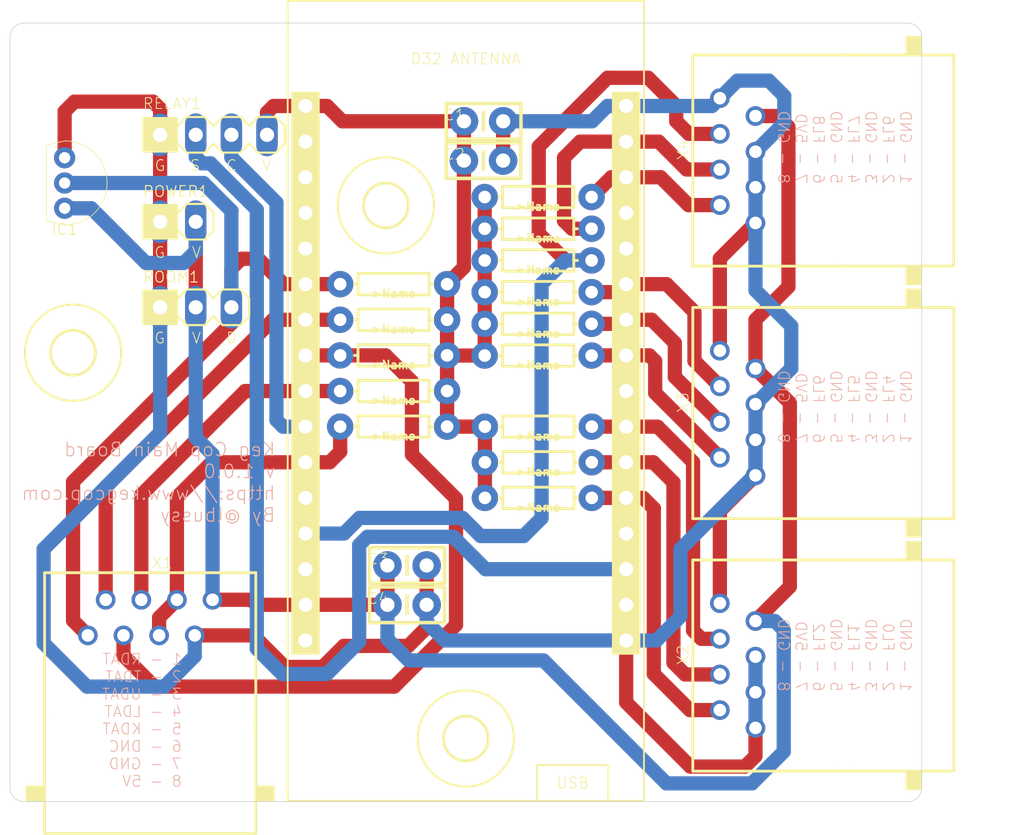
<source format=kicad_pcb>
(kicad_pcb (version 20171130) (host pcbnew "(5.1.10-1-10_14)")

  (general
    (thickness 1.6)
    (drawings 23)
    (tracks 257)
    (zones 0)
    (modules 30)
    (nets 32)
  )

  (page A4)
  (layers
    (0 Top signal)
    (31 Bottom signal)
    (32 B.Adhes user)
    (33 F.Adhes user)
    (34 B.Paste user)
    (35 F.Paste user)
    (36 B.SilkS user)
    (37 F.SilkS user)
    (38 B.Mask user)
    (39 F.Mask user)
    (40 Dwgs.User user)
    (41 Cmts.User user)
    (42 Eco1.User user)
    (43 Eco2.User user)
    (44 Edge.Cuts user)
    (45 Margin user)
    (46 B.CrtYd user)
    (47 F.CrtYd user)
    (48 B.Fab user)
    (49 F.Fab user)
  )

  (setup
    (last_trace_width 0.25)
    (trace_clearance 0.1524)
    (zone_clearance 0.508)
    (zone_45_only no)
    (trace_min 0.2)
    (via_size 0.8)
    (via_drill 0.4)
    (via_min_size 0.4)
    (via_min_drill 0.3)
    (uvia_size 0.3)
    (uvia_drill 0.1)
    (uvias_allowed no)
    (uvia_min_size 0.2)
    (uvia_min_drill 0.1)
    (edge_width 0.05)
    (segment_width 0.2)
    (pcb_text_width 0.3)
    (pcb_text_size 1.5 1.5)
    (mod_edge_width 0.12)
    (mod_text_size 1 1)
    (mod_text_width 0.15)
    (pad_size 1.524 1.524)
    (pad_drill 0.762)
    (pad_to_mask_clearance 0)
    (aux_axis_origin 0 0)
    (visible_elements FFFFFF7F)
    (pcbplotparams
      (layerselection 0x010fc_ffffffff)
      (usegerberextensions false)
      (usegerberattributes true)
      (usegerberadvancedattributes true)
      (creategerberjobfile true)
      (excludeedgelayer true)
      (linewidth 0.100000)
      (plotframeref false)
      (viasonmask false)
      (mode 1)
      (useauxorigin false)
      (hpglpennumber 1)
      (hpglpenspeed 20)
      (hpglpendiameter 15.000000)
      (psnegative false)
      (psa4output false)
      (plotreference true)
      (plotvalue true)
      (plotinvisibletext false)
      (padsonsilk false)
      (subtractmaskfromsilk false)
      (outputformat 1)
      (mirror false)
      (drillshape 1)
      (scaleselection 1)
      (outputdirectory ""))
  )

  (net 0 "")
  (net 1 /GND)
  (net 2 "Net-(D32-PadIO15)")
  (net 3 /SOL)
  (net 4 "Net-(D32-PadIO0)")
  (net 5 /KEG6)
  (net 6 /KEG7)
  (net 7 /3V3)
  (net 8 "Net-(D32-PadVBAT)")
  (net 9 /5V)
  (net 10 "Net-(D32-PadEN)")
  (net 11 /KEG8)
  (net 12 "Net-(D32-PadRST)")
  (net 13 "Net-(D32-PadVP)")
  (net 14 "Net-(D32-PadIO12)")
  (net 15 /KDAT)
  (net 16 /COOL)
  (net 17 /LDAT)
  (net 18 /KEG0)
  (net 19 /KEG1)
  (net 20 /KEG2)
  (net 21 "Net-(D32-PadIO5)")
  (net 22 "Net-(D32-PadTXD0)")
  (net 23 "Net-(D32-PadRXD0)")
  (net 24 /KEG5)
  (net 25 /KEG4)
  (net 26 "Net-(D32-PadVN)")
  (net 27 "Net-(D32-PadIO34)")
  (net 28 /RDAT)
  (net 29 /TDAT)
  (net 30 /KEG3)
  (net 31 /UDAT)

  (net_class Default "This is the default net class."
    (clearance 0.1524)
    (trace_width 0.25)
    (via_dia 0.8)
    (via_drill 0.4)
    (uvia_dia 0.3)
    (uvia_drill 0.1)
    (add_net /3V3)
    (add_net /5V)
    (add_net /COOL)
    (add_net /GND)
    (add_net /KDAT)
    (add_net /KEG0)
    (add_net /KEG1)
    (add_net /KEG2)
    (add_net /KEG3)
    (add_net /KEG4)
    (add_net /KEG5)
    (add_net /KEG6)
    (add_net /KEG7)
    (add_net /KEG8)
    (add_net /LDAT)
    (add_net /RDAT)
    (add_net /SOL)
    (add_net /TDAT)
    (add_net /UDAT)
    (add_net "Net-(D32-PadEN)")
    (add_net "Net-(D32-PadIO0)")
    (add_net "Net-(D32-PadIO12)")
    (add_net "Net-(D32-PadIO15)")
    (add_net "Net-(D32-PadIO34)")
    (add_net "Net-(D32-PadIO5)")
    (add_net "Net-(D32-PadRST)")
    (add_net "Net-(D32-PadRXD0)")
    (add_net "Net-(D32-PadTXD0)")
    (add_net "Net-(D32-PadVBAT)")
    (add_net "Net-(D32-PadVN)")
    (add_net "Net-(D32-PadVP)")
  )

  (module "Keg Cop - Main:D32_NO_BATT" (layer Top) (tedit 0) (tstamp 610D3651)
    (at 148.5011 103.4836)
    (path /8B4B235F)
    (fp_text reference D32 (at 0 0) (layer F.SilkS) hide
      (effects (font (size 1.27 1.27) (thickness 0.15)))
    )
    (fp_text value "Lolin D32" (at 0 0) (layer F.SilkS) hide
      (effects (font (size 1.27 1.27) (thickness 0.15)))
    )
    (fp_poly (pts (xy -12.446 -21.59) (xy 12.192 -21.59) (xy 12.192 -27.559) (xy -12.446 -27.559)) (layer Dwgs.User) (width 0))
    (fp_poly (pts (xy -12.446 -21.59) (xy 12.192 -21.59) (xy 12.192 -27.559) (xy -12.446 -27.559)) (layer Dwgs.User) (width 0))
    (fp_line (start -12.7 -27.813) (end 12.7 -27.813) (layer F.SilkS) (width 0.127))
    (fp_text user "D32 ANTENNA" (at 0 -24.13) (layer F.SilkS)
      (effects (font (size 0.77216 0.77216) (thickness 0.065024)) (justify top))
    )
    (fp_poly (pts (xy 10.414 18.796) (xy 12.446 18.796) (xy 12.446 -21.336) (xy 10.414 -21.336)) (layer F.SilkS) (width 0))
    (fp_poly (pts (xy -12.446 18.796) (xy -10.414 18.796) (xy -10.414 -21.336) (xy -12.446 -21.336)) (layer F.SilkS) (width 0))
    (fp_text user USB (at 7.62 27.94) (layer F.SilkS)
      (effects (font (size 0.77216 0.77216) (thickness 0.065024)))
    )
    (fp_line (start -2.54 29.21) (end -10.16 29.21) (layer F.SilkS) (width 0.127))
    (fp_line (start 5.08 29.21) (end -2.54 29.21) (layer F.SilkS) (width 0.127))
    (fp_line (start 5.08 26.67) (end 5.08 29.21) (layer F.SilkS) (width 0.127))
    (fp_line (start 10.16 26.67) (end 5.08 26.67) (layer F.SilkS) (width 0.127))
    (fp_line (start 10.16 29.21) (end 10.16 26.67) (layer F.SilkS) (width 0.127))
    (fp_line (start 12.7 29.21) (end 12.7 -27.813) (layer F.SilkS) (width 0.127))
    (fp_line (start 10.16 29.21) (end 12.7 29.21) (layer F.SilkS) (width 0.127))
    (fp_line (start 5.08 29.21) (end 10.16 29.21) (layer F.SilkS) (width 0.127))
    (fp_line (start -12.7 29.21) (end -10.16 29.21) (layer F.SilkS) (width 0.127))
    (fp_line (start -12.7 -27.813) (end -12.7 29.21) (layer F.SilkS) (width 0.127))
    (pad GND2 thru_hole circle (at 11.43 17.78) (size 1.508 1.508) (drill 1) (layers *.Cu *.Mask)
      (net 1 /GND) (solder_mask_margin 0.1016))
    (pad IO15 thru_hole circle (at 11.43 15.24) (size 1.508 1.508) (drill 1) (layers *.Cu *.Mask)
      (net 2 "Net-(D32-PadIO15)") (solder_mask_margin 0.1016))
    (pad IO2 thru_hole circle (at 11.43 12.7) (size 1.508 1.508) (drill 1) (layers *.Cu *.Mask)
      (net 3 /SOL) (solder_mask_margin 0.1016))
    (pad IO0 thru_hole circle (at 11.43 10.16) (size 1.508 1.508) (drill 1) (layers *.Cu *.Mask)
      (net 4 "Net-(D32-PadIO0)") (solder_mask_margin 0.1016))
    (pad IO22 thru_hole circle (at 11.43 -15.24) (size 1.508 1.508) (drill 1) (layers *.Cu *.Mask)
      (net 5 /KEG6) (solder_mask_margin 0.1016))
    (pad IO23 thru_hole circle (at 11.43 -17.78) (size 1.508 1.508) (drill 1) (layers *.Cu *.Mask)
      (net 6 /KEG7) (solder_mask_margin 0.1016))
    (pad GND thru_hole circle (at 11.43 -20.32) (size 1.508 1.508) (drill 1) (layers *.Cu *.Mask)
      (net 1 /GND) (solder_mask_margin 0.1016))
    (pad VCC thru_hole rect (at -11.43 -20.32) (size 1.508 1.508) (drill 1) (layers *.Cu *.Mask)
      (net 7 /3V3) (solder_mask_margin 0.1016))
    (pad VBAT thru_hole circle (at -11.43 17.78) (size 1.508 1.508) (drill 1) (layers *.Cu *.Mask)
      (net 8 "Net-(D32-PadVBAT)") (solder_mask_margin 0.1016))
    (pad VBUS thru_hole circle (at -11.43 15.24) (size 1.508 1.508) (drill 1) (layers *.Cu *.Mask)
      (net 9 /5V) (solder_mask_margin 0.1016))
    (pad EN thru_hole circle (at -11.43 12.7) (size 1.508 1.508) (drill 1) (layers *.Cu *.Mask)
      (net 10 "Net-(D32-PadEN)") (solder_mask_margin 0.1016))
    (pad IO13 thru_hole circle (at -11.43 10.16) (size 1.508 1.508) (drill 1) (layers *.Cu *.Mask)
      (net 11 /KEG8) (solder_mask_margin 0.1016))
    (pad RST thru_hole circle (at -11.43 -17.78) (size 1.508 1.508) (drill 1) (layers *.Cu *.Mask)
      (net 12 "Net-(D32-PadRST)") (solder_mask_margin 0.1016))
    (pad VP thru_hole circle (at -11.43 -15.24) (size 1.508 1.508) (drill 1) (layers *.Cu *.Mask)
      (net 13 "Net-(D32-PadVP)") (solder_mask_margin 0.1016))
    (pad IO12 thru_hole circle (at -11.43 7.62) (size 1.508 1.508) (drill 1) (layers *.Cu *.Mask)
      (net 14 "Net-(D32-PadIO12)") (solder_mask_margin 0.1016))
    (pad IO14 thru_hole circle (at -11.43 5.08) (size 1.508 1.508) (drill 1) (layers *.Cu *.Mask)
      (net 15 /KDAT) (solder_mask_margin 0.1016))
    (pad IO27 thru_hole circle (at -11.43 2.54) (size 1.508 1.508) (drill 1) (layers *.Cu *.Mask)
      (net 16 /COOL) (solder_mask_margin 0.1016))
    (pad IO26 thru_hole circle (at -11.43 0) (size 1.508 1.508) (drill 1) (layers *.Cu *.Mask)
      (net 17 /LDAT) (solder_mask_margin 0.1016))
    (pad IO4 thru_hole circle (at 11.43 7.62) (size 1.508 1.508) (drill 1) (layers *.Cu *.Mask)
      (net 18 /KEG0) (solder_mask_margin 0.1016))
    (pad IO16 thru_hole circle (at 11.43 5.08) (size 1.508 1.508) (drill 1) (layers *.Cu *.Mask)
      (net 19 /KEG1) (solder_mask_margin 0.1016))
    (pad IO17 thru_hole circle (at 11.43 2.54) (size 1.508 1.508) (drill 1) (layers *.Cu *.Mask)
      (net 20 /KEG2) (solder_mask_margin 0.1016))
    (pad IO5 thru_hole circle (at 11.43 0) (size 1.508 1.508) (drill 1) (layers *.Cu *.Mask)
      (net 21 "Net-(D32-PadIO5)") (solder_mask_margin 0.1016))
    (pad TXD0 thru_hole circle (at 11.43 -12.7) (size 1.508 1.508) (drill 1) (layers *.Cu *.Mask)
      (net 22 "Net-(D32-PadTXD0)") (solder_mask_margin 0.1016))
    (pad RXD0 thru_hole circle (at 11.43 -10.16) (size 1.508 1.508) (drill 1) (layers *.Cu *.Mask)
      (net 23 "Net-(D32-PadRXD0)") (solder_mask_margin 0.1016))
    (pad IO21 thru_hole circle (at 11.43 -7.62) (size 1.508 1.508) (drill 1) (layers *.Cu *.Mask)
      (net 24 /KEG5) (solder_mask_margin 0.1016))
    (pad IO19 thru_hole circle (at 11.43 -5.08) (size 1.508 1.508) (drill 1) (layers *.Cu *.Mask)
      (net 25 /KEG4) (solder_mask_margin 0.1016))
    (pad VN thru_hole circle (at -11.43 -12.7) (size 1.508 1.508) (drill 1) (layers *.Cu *.Mask)
      (net 26 "Net-(D32-PadVN)") (solder_mask_margin 0.1016))
    (pad IO34 thru_hole circle (at -11.43 -10.16) (size 1.508 1.508) (drill 1) (layers *.Cu *.Mask)
      (net 27 "Net-(D32-PadIO34)") (solder_mask_margin 0.1016))
    (pad IO32 thru_hole circle (at -11.43 -7.62) (size 1.508 1.508) (drill 1) (layers *.Cu *.Mask)
      (net 28 /RDAT) (solder_mask_margin 0.1016))
    (pad IO33 thru_hole circle (at -11.43 -5.08) (size 1.508 1.508) (drill 1) (layers *.Cu *.Mask)
      (net 29 /TDAT) (solder_mask_margin 0.1016))
    (pad IO18 thru_hole circle (at 11.43 -2.54) (size 1.508 1.508) (drill 1) (layers *.Cu *.Mask)
      (net 30 /KEG3) (solder_mask_margin 0.1016))
    (pad IO25 thru_hole circle (at -11.43 -2.54) (size 1.508 1.508) (drill 1) (layers *.Cu *.Mask)
      (net 31 /UDAT) (solder_mask_margin 0.1016))
  )

  (module "Keg Cop - Main:MA04-1" (layer Top) (tedit 0) (tstamp 610D3685)
    (at 130.5181 85.218625)
    (descr "<b>PIN HEADER</b>\n\nWithout pin labels, Pin 1 in solid square")
    (path /E30CABC0)
    (fp_text reference RELAY1 (at -5.075 -1.781) (layer F.SilkS)
      (effects (font (size 0.77216 0.77216) (thickness 0.061772)) (justify left bottom))
    )
    (fp_text value 4-PIN (at -5.08 1.905) (layer F.Fab) hide
      (effects (font (size 1.2065 1.2065) (thickness 0.127)) (justify left top))
    )
    (fp_poly (pts (xy -5.08 1.27) (xy -2.54 1.27) (xy -2.54 -1.27) (xy -5.08 -1.27)) (layer F.SilkS) (width 0))
    (fp_poly (pts (xy 3.556 0.254) (xy 4.064 0.254) (xy 4.064 -0.254) (xy 3.556 -0.254)) (layer F.Fab) (width 0))
    (fp_poly (pts (xy 1.016 0.254) (xy 1.524 0.254) (xy 1.524 -0.254) (xy 1.016 -0.254)) (layer F.Fab) (width 0))
    (fp_poly (pts (xy -4.064 0.254) (xy -3.556 0.254) (xy -3.556 -0.254) (xy -4.064 -0.254)) (layer F.Fab) (width 0))
    (fp_poly (pts (xy -1.524 0.254) (xy -1.016 0.254) (xy -1.016 -0.254) (xy -1.524 -0.254)) (layer F.Fab) (width 0))
    (fp_line (start 4.445 1.27) (end 3.175 1.27) (layer F.SilkS) (width 0.1524))
    (fp_line (start 2.54 0.635) (end 3.175 1.27) (layer F.SilkS) (width 0.1524))
    (fp_line (start 3.175 -1.27) (end 2.54 -0.635) (layer F.SilkS) (width 0.1524))
    (fp_line (start 5.08 0.635) (end 4.445 1.27) (layer F.SilkS) (width 0.1524))
    (fp_line (start 5.08 -0.635) (end 5.08 0.635) (layer F.SilkS) (width 0.1524))
    (fp_line (start 4.445 -1.27) (end 5.08 -0.635) (layer F.SilkS) (width 0.1524))
    (fp_line (start 3.175 -1.27) (end 4.445 -1.27) (layer F.SilkS) (width 0.1524))
    (fp_line (start 0.635 1.27) (end 0 0.635) (layer F.SilkS) (width 0.1524))
    (fp_line (start 1.905 1.27) (end 0.635 1.27) (layer F.SilkS) (width 0.1524))
    (fp_line (start 2.54 0.635) (end 1.905 1.27) (layer F.SilkS) (width 0.1524))
    (fp_line (start 1.905 -1.27) (end 2.54 -0.635) (layer F.SilkS) (width 0.1524))
    (fp_line (start 0.635 -1.27) (end 1.905 -1.27) (layer F.SilkS) (width 0.1524))
    (fp_line (start 0 -0.635) (end 0.635 -1.27) (layer F.SilkS) (width 0.1524))
    (fp_line (start -1.905 1.27) (end -2.54 0.635) (layer F.SilkS) (width 0.1524))
    (fp_line (start -0.635 1.27) (end -1.905 1.27) (layer F.SilkS) (width 0.1524))
    (fp_line (start 0 0.635) (end -0.635 1.27) (layer F.SilkS) (width 0.1524))
    (fp_line (start -0.635 -1.27) (end 0 -0.635) (layer F.SilkS) (width 0.1524))
    (fp_line (start -1.905 -1.27) (end -0.635 -1.27) (layer F.SilkS) (width 0.1524))
    (fp_line (start -2.54 -0.635) (end -1.905 -1.27) (layer F.SilkS) (width 0.1524))
    (pad 4 thru_hole oval (at 3.81 0 90) (size 3.048 1.524) (drill 1.016) (layers *.Cu *.Mask)
      (net 7 /3V3) (solder_mask_margin 0.1016))
    (pad 3 thru_hole oval (at 1.27 0 90) (size 3.048 1.524) (drill 1.016) (layers *.Cu *.Mask)
      (net 16 /COOL) (solder_mask_margin 0.1016))
    (pad 2 thru_hole oval (at -1.27 0 90) (size 3.048 1.524) (drill 1.016) (layers *.Cu *.Mask)
      (net 3 /SOL) (solder_mask_margin 0.1016))
    (pad 1 thru_hole oval (at -3.81 0 90) (size 3.048 1.524) (drill 1.016) (layers *.Cu *.Mask)
      (net 1 /GND) (solder_mask_margin 0.1016))
  )

  (module "Keg Cop - Main:AXIAL-0.3" (layer Top) (tedit 0) (tstamp 610D36A4)
    (at 143.35445 95.8644 180)
    (descr "<h3>AXIAL-0.3</h3>\n<p>Commonly used for 1/4W through-hole resistors. 0.3\" pitch between holes.</p>")
    (path /4E58BAB8)
    (fp_text reference R1 (at 0 0.889) (layer F.SilkS) hide
      (effects (font (size 0.77216 0.77216) (thickness 0.061772)))
    )
    (fp_text value 2.2kΩ (at 0 0 180) (layer F.SilkS) hide
      (effects (font (size 1.27 1.27) (thickness 0.15)) (justify right top))
    )
    (fp_text user >Value (at 0 1.016 180) (layer F.Fab)
      (effects (font (size 0.57912 0.57912) (thickness 0.12192)) (justify top))
    )
    (fp_text user >Name (at 0 -1.016 180) (layer F.SilkS)
      (effects (font (size 0.57912 0.57912) (thickness 0.12192)) (justify bottom))
    )
    (fp_line (start -2.54 0) (end -2.794 0) (layer F.SilkS) (width 0.2032))
    (fp_line (start 2.54 0) (end 2.794 0) (layer F.SilkS) (width 0.2032))
    (fp_line (start -2.54 0) (end -2.54 -0.762) (layer F.SilkS) (width 0.2032))
    (fp_line (start -2.54 0.762) (end -2.54 0) (layer F.SilkS) (width 0.2032))
    (fp_line (start 2.54 0.762) (end -2.54 0.762) (layer F.SilkS) (width 0.2032))
    (fp_line (start 2.54 0) (end 2.54 0.762) (layer F.SilkS) (width 0.2032))
    (fp_line (start 2.54 -0.762) (end 2.54 0) (layer F.SilkS) (width 0.2032))
    (fp_line (start -2.54 -0.762) (end 2.54 -0.762) (layer F.SilkS) (width 0.2032))
    (pad P$2 thru_hole circle (at 3.81 0 180) (size 1.8796 1.8796) (drill 0.9) (layers *.Cu *.Mask)
      (net 28 /RDAT) (solder_mask_margin 0.1016))
    (pad P$1 thru_hole circle (at -3.81 0 180) (size 1.8796 1.8796) (drill 0.9) (layers *.Cu *.Mask)
      (net 7 /3V3) (solder_mask_margin 0.1016))
  )

  (module "Keg Cop - Main:AXIAL-0.3" (layer Top) (tedit 0) (tstamp 610D36B3)
    (at 143.35445 98.40365 180)
    (descr "<h3>AXIAL-0.3</h3>\n<p>Commonly used for 1/4W through-hole resistors. 0.3\" pitch between holes.</p>")
    (path /D3CBBA5E)
    (fp_text reference R2 (at 0 -0.411) (layer F.SilkS) hide
      (effects (font (size 0.77216 0.77216) (thickness 0.061772)))
    )
    (fp_text value 2.2kΩ (at 0 0 180) (layer F.SilkS) hide
      (effects (font (size 1.27 1.27) (thickness 0.15)) (justify right top))
    )
    (fp_text user >Value (at 0 1.016 180) (layer F.Fab)
      (effects (font (size 0.57912 0.57912) (thickness 0.12192)) (justify top))
    )
    (fp_text user >Name (at 0 -1.016 180) (layer F.SilkS)
      (effects (font (size 0.57912 0.57912) (thickness 0.12192)) (justify bottom))
    )
    (fp_line (start -2.54 0) (end -2.794 0) (layer F.SilkS) (width 0.2032))
    (fp_line (start 2.54 0) (end 2.794 0) (layer F.SilkS) (width 0.2032))
    (fp_line (start -2.54 0) (end -2.54 -0.762) (layer F.SilkS) (width 0.2032))
    (fp_line (start -2.54 0.762) (end -2.54 0) (layer F.SilkS) (width 0.2032))
    (fp_line (start 2.54 0.762) (end -2.54 0.762) (layer F.SilkS) (width 0.2032))
    (fp_line (start 2.54 0) (end 2.54 0.762) (layer F.SilkS) (width 0.2032))
    (fp_line (start 2.54 -0.762) (end 2.54 0) (layer F.SilkS) (width 0.2032))
    (fp_line (start -2.54 -0.762) (end 2.54 -0.762) (layer F.SilkS) (width 0.2032))
    (pad P$2 thru_hole circle (at 3.81 0 180) (size 1.8796 1.8796) (drill 0.9) (layers *.Cu *.Mask)
      (net 29 /TDAT) (solder_mask_margin 0.1016))
    (pad P$1 thru_hole circle (at -3.81 0 180) (size 1.8796 1.8796) (drill 0.9) (layers *.Cu *.Mask)
      (net 7 /3V3) (solder_mask_margin 0.1016))
  )

  (module "Keg Cop - Main:AXIAL-0.3" (layer Top) (tedit 0) (tstamp 610D36C2)
    (at 143.35445 100.9429 180)
    (descr "<h3>AXIAL-0.3</h3>\n<p>Commonly used for 1/4W through-hole resistors. 0.3\" pitch between holes.</p>")
    (path /76ECD3EE)
    (fp_text reference R3 (at 0 -0.411) (layer F.SilkS) hide
      (effects (font (size 0.77216 0.77216) (thickness 0.061772)))
    )
    (fp_text value 2.2kΩ (at 0 0 180) (layer F.SilkS) hide
      (effects (font (size 1.27 1.27) (thickness 0.15)) (justify right top))
    )
    (fp_text user >Value (at 0 1.016 180) (layer F.Fab)
      (effects (font (size 0.57912 0.57912) (thickness 0.12192)) (justify top))
    )
    (fp_text user >Name (at 0 -1.016 180) (layer F.SilkS)
      (effects (font (size 0.57912 0.57912) (thickness 0.12192)) (justify bottom))
    )
    (fp_line (start -2.54 0) (end -2.794 0) (layer F.SilkS) (width 0.2032))
    (fp_line (start 2.54 0) (end 2.794 0) (layer F.SilkS) (width 0.2032))
    (fp_line (start -2.54 0) (end -2.54 -0.762) (layer F.SilkS) (width 0.2032))
    (fp_line (start -2.54 0.762) (end -2.54 0) (layer F.SilkS) (width 0.2032))
    (fp_line (start 2.54 0.762) (end -2.54 0.762) (layer F.SilkS) (width 0.2032))
    (fp_line (start 2.54 0) (end 2.54 0.762) (layer F.SilkS) (width 0.2032))
    (fp_line (start 2.54 -0.762) (end 2.54 0) (layer F.SilkS) (width 0.2032))
    (fp_line (start -2.54 -0.762) (end 2.54 -0.762) (layer F.SilkS) (width 0.2032))
    (pad P$2 thru_hole circle (at 3.81 0 180) (size 1.8796 1.8796) (drill 0.9) (layers *.Cu *.Mask)
      (net 31 /UDAT) (solder_mask_margin 0.1016))
    (pad P$1 thru_hole circle (at -3.81 0 180) (size 1.8796 1.8796) (drill 0.9) (layers *.Cu *.Mask)
      (net 7 /3V3) (solder_mask_margin 0.1016))
  )

  (module "Keg Cop - Main:AXIAL-0.3" (layer Top) (tedit 0) (tstamp 610D36D1)
    (at 143.35445 103.48215 180)
    (descr "<h3>AXIAL-0.3</h3>\n<p>Commonly used for 1/4W through-hole resistors. 0.3\" pitch between holes.</p>")
    (path /7570ABFD)
    (fp_text reference R4 (at 0 -0.411) (layer F.SilkS) hide
      (effects (font (size 0.77216 0.77216) (thickness 0.061772)))
    )
    (fp_text value 2.2kΩ (at 0 0 180) (layer F.SilkS) hide
      (effects (font (size 1.27 1.27) (thickness 0.15)) (justify right top))
    )
    (fp_text user >Value (at 0 1.016 180) (layer F.Fab)
      (effects (font (size 0.57912 0.57912) (thickness 0.12192)) (justify top))
    )
    (fp_text user >Name (at 0 -1.016 180) (layer F.SilkS)
      (effects (font (size 0.57912 0.57912) (thickness 0.12192)) (justify bottom))
    )
    (fp_line (start -2.54 0) (end -2.794 0) (layer F.SilkS) (width 0.2032))
    (fp_line (start 2.54 0) (end 2.794 0) (layer F.SilkS) (width 0.2032))
    (fp_line (start -2.54 0) (end -2.54 -0.762) (layer F.SilkS) (width 0.2032))
    (fp_line (start -2.54 0.762) (end -2.54 0) (layer F.SilkS) (width 0.2032))
    (fp_line (start 2.54 0.762) (end -2.54 0.762) (layer F.SilkS) (width 0.2032))
    (fp_line (start 2.54 0) (end 2.54 0.762) (layer F.SilkS) (width 0.2032))
    (fp_line (start 2.54 -0.762) (end 2.54 0) (layer F.SilkS) (width 0.2032))
    (fp_line (start -2.54 -0.762) (end 2.54 -0.762) (layer F.SilkS) (width 0.2032))
    (pad P$2 thru_hole circle (at 3.81 0 180) (size 1.8796 1.8796) (drill 0.9) (layers *.Cu *.Mask)
      (net 17 /LDAT) (solder_mask_margin 0.1016))
    (pad P$1 thru_hole circle (at -3.81 0 180) (size 1.8796 1.8796) (drill 0.9) (layers *.Cu *.Mask)
      (net 7 /3V3) (solder_mask_margin 0.1016))
  )

  (module "Keg Cop - Main:AXIAL-0.3" (layer Top) (tedit 0) (tstamp 610D36E0)
    (at 143.35445 106.0214 180)
    (descr "<h3>AXIAL-0.3</h3>\n<p>Commonly used for 1/4W through-hole resistors. 0.3\" pitch between holes.</p>")
    (path /908A4547)
    (fp_text reference R5 (at 0 -0.911) (layer F.SilkS) hide
      (effects (font (size 0.77216 0.77216) (thickness 0.061772)))
    )
    (fp_text value 2.2kΩ (at 0 0 180) (layer F.SilkS) hide
      (effects (font (size 1.27 1.27) (thickness 0.15)) (justify right top))
    )
    (fp_text user >Value (at 0 1.016 180) (layer F.Fab)
      (effects (font (size 0.57912 0.57912) (thickness 0.12192)) (justify top))
    )
    (fp_text user >Name (at 0 -1.016 180) (layer F.SilkS)
      (effects (font (size 0.57912 0.57912) (thickness 0.12192)) (justify bottom))
    )
    (fp_line (start -2.54 0) (end -2.794 0) (layer F.SilkS) (width 0.2032))
    (fp_line (start 2.54 0) (end 2.794 0) (layer F.SilkS) (width 0.2032))
    (fp_line (start -2.54 0) (end -2.54 -0.762) (layer F.SilkS) (width 0.2032))
    (fp_line (start -2.54 0.762) (end -2.54 0) (layer F.SilkS) (width 0.2032))
    (fp_line (start 2.54 0.762) (end -2.54 0.762) (layer F.SilkS) (width 0.2032))
    (fp_line (start 2.54 0) (end 2.54 0.762) (layer F.SilkS) (width 0.2032))
    (fp_line (start 2.54 -0.762) (end 2.54 0) (layer F.SilkS) (width 0.2032))
    (fp_line (start -2.54 -0.762) (end 2.54 -0.762) (layer F.SilkS) (width 0.2032))
    (pad P$2 thru_hole circle (at 3.81 0 180) (size 1.8796 1.8796) (drill 0.9) (layers *.Cu *.Mask)
      (net 15 /KDAT) (solder_mask_margin 0.1016))
    (pad P$1 thru_hole circle (at -3.81 0 180) (size 1.8796 1.8796) (drill 0.9) (layers *.Cu *.Mask)
      (net 7 /3V3) (solder_mask_margin 0.1016))
  )

  (module "Keg Cop - Main:HDR-2_VERT" (layer Top) (tedit 0) (tstamp 610D36EF)
    (at 126.7081 91.416113)
    (path /5709EAEE)
    (fp_text reference POWER1 (at -1.27 -1.705) (layer F.SilkS)
      (effects (font (size 0.77216 0.77216) (thickness 0.077216)) (justify left bottom))
    )
    (fp_text value 2-PIN (at -1.27 1.905) (layer F.Fab) hide
      (effects (font (size 1.2065 1.2065) (thickness 0.127)) (justify left top))
    )
    (fp_poly (pts (xy -1.27 1.27) (xy 1.27 1.27) (xy 1.27 -1.27) (xy -1.27 -1.27)) (layer F.SilkS) (width 0))
    (fp_poly (pts (xy -0.254 0.254) (xy 0.254 0.254) (xy 0.254 -0.254) (xy -0.254 -0.254)) (layer F.Fab) (width 0))
    (fp_poly (pts (xy 2.286 0.254) (xy 2.794 0.254) (xy 2.794 -0.254) (xy 2.286 -0.254)) (layer F.Fab) (width 0))
    (fp_line (start 3.81 -0.635) (end 3.81 0.635) (layer F.SilkS) (width 0.1524))
    (fp_line (start 1.905 1.27) (end 1.27 0.635) (layer F.SilkS) (width 0.1524))
    (fp_line (start 3.175 1.27) (end 1.905 1.27) (layer F.SilkS) (width 0.1524))
    (fp_line (start 3.81 0.635) (end 3.175 1.27) (layer F.SilkS) (width 0.1524))
    (fp_line (start 3.175 -1.27) (end 3.81 -0.635) (layer F.SilkS) (width 0.1524))
    (fp_line (start 1.905 -1.27) (end 3.175 -1.27) (layer F.SilkS) (width 0.1524))
    (fp_line (start 1.27 -0.635) (end 1.905 -1.27) (layer F.SilkS) (width 0.1524))
    (pad 2 thru_hole oval (at 2.54 0 90) (size 3.048 1.524) (drill 1.016) (layers *.Cu *.Mask)
      (net 9 /5V) (solder_mask_margin 0.1016))
    (pad 1 thru_hole oval (at 0 0 90) (size 3.048 1.524) (drill 1.016) (layers *.Cu *.Mask)
      (net 1 /GND) (solder_mask_margin 0.1016))
  )

  (module "Keg Cop - Main:CAP_PTH-2.54" (layer Top) (tedit 0) (tstamp 610D36FE)
    (at 149.76695 84.2516)
    (path /92531EF8)
    (fp_text reference C1 (at -2.875 0) (layer F.SilkS)
      (effects (font (size 0.77216 0.77216) (thickness 0.061772)) (justify left bottom))
    )
    (fp_text value 0.1μF (at -2.54 3.81) (layer F.Fab) hide
      (effects (font (size 1.6891 1.6891) (thickness 0.14224)) (justify left bottom))
    )
    (fp_line (start -2.667 1.27) (end -2.667 -1.27) (layer F.SilkS) (width 0.254))
    (fp_line (start 2.667 1.27) (end -2.667 1.27) (layer F.SilkS) (width 0.254))
    (fp_line (start 2.667 -1.27) (end 2.667 1.27) (layer F.SilkS) (width 0.254))
    (fp_line (start -2.667 -1.27) (end 2.667 -1.27) (layer F.SilkS) (width 0.254))
    (fp_line (start 0 -0.635) (end 0 0.635) (layer F.SilkS) (width 0.254))
    (pad 2 thru_hole circle (at 1.397 0) (size 2.032 2.032) (drill 1.016) (layers *.Cu *.Mask)
      (net 1 /GND) (solder_mask_margin 0.1016))
    (pad 1 thru_hole circle (at -1.397 0) (size 2.032 2.032) (drill 1.016) (layers *.Cu *.Mask)
      (net 7 /3V3) (solder_mask_margin 0.1016))
  )

  (module "Keg Cop - Main:CAP_PTH-2.54" (layer Top) (tedit 0) (tstamp 610D3708)
    (at 149.76195 87.0556)
    (path /17CC23D5)
    (fp_text reference C2 (at -2.875 0) (layer F.SilkS)
      (effects (font (size 0.77216 0.77216) (thickness 0.061772)) (justify left bottom))
    )
    (fp_text value 1.0μF (at -2.54 3.81) (layer F.Fab) hide
      (effects (font (size 1.6891 1.6891) (thickness 0.14224)) (justify left bottom))
    )
    (fp_line (start -2.667 1.27) (end -2.667 -1.27) (layer F.SilkS) (width 0.254))
    (fp_line (start 2.667 1.27) (end -2.667 1.27) (layer F.SilkS) (width 0.254))
    (fp_line (start 2.667 -1.27) (end 2.667 1.27) (layer F.SilkS) (width 0.254))
    (fp_line (start -2.667 -1.27) (end 2.667 -1.27) (layer F.SilkS) (width 0.254))
    (fp_line (start 0 -0.635) (end 0 0.635) (layer F.SilkS) (width 0.254))
    (pad 2 thru_hole circle (at 1.397 0) (size 2.032 2.032) (drill 1.016) (layers *.Cu *.Mask)
      (net 1 /GND) (solder_mask_margin 0.1016))
    (pad 1 thru_hole circle (at -1.397 0) (size 2.032 2.032) (drill 1.016) (layers *.Cu *.Mask)
      (net 7 /3V3) (solder_mask_margin 0.1016))
  )

  (module "Keg Cop - Main:CAP_PTH-2.54" (layer Top) (tedit 0) (tstamp 610D3712)
    (at 144.3111 115.9176)
    (path /FB282AF6)
    (fp_text reference C3 (at -2.875 0) (layer F.SilkS)
      (effects (font (size 0.77216 0.77216) (thickness 0.061772)) (justify left bottom))
    )
    (fp_text value 0.1μF (at -2.54 3.81) (layer F.Fab) hide
      (effects (font (size 1.6891 1.6891) (thickness 0.14224)) (justify left bottom))
    )
    (fp_line (start -2.667 1.27) (end -2.667 -1.27) (layer F.SilkS) (width 0.254))
    (fp_line (start 2.667 1.27) (end -2.667 1.27) (layer F.SilkS) (width 0.254))
    (fp_line (start 2.667 -1.27) (end 2.667 1.27) (layer F.SilkS) (width 0.254))
    (fp_line (start -2.667 -1.27) (end 2.667 -1.27) (layer F.SilkS) (width 0.254))
    (fp_line (start 0 -0.635) (end 0 0.635) (layer F.SilkS) (width 0.254))
    (pad 2 thru_hole circle (at 1.397 0) (size 2.032 2.032) (drill 1.016) (layers *.Cu *.Mask)
      (net 1 /GND) (solder_mask_margin 0.1016))
    (pad 1 thru_hole circle (at -1.397 0) (size 2.032 2.032) (drill 1.016) (layers *.Cu *.Mask)
      (net 9 /5V) (solder_mask_margin 0.1016))
  )

  (module "Keg Cop - Main:CAP_PTH-2.54" (layer Top) (tedit 0) (tstamp 610D371C)
    (at 144.3111 118.7236)
    (path /9314FEE8)
    (fp_text reference C4 (at -2.875 0) (layer F.SilkS)
      (effects (font (size 0.77216 0.77216) (thickness 0.061772)) (justify left bottom))
    )
    (fp_text value 1.0μF (at -2.54 3.81) (layer F.Fab) hide
      (effects (font (size 1.6891 1.6891) (thickness 0.14224)) (justify left bottom))
    )
    (fp_line (start -2.667 1.27) (end -2.667 -1.27) (layer F.SilkS) (width 0.254))
    (fp_line (start 2.667 1.27) (end -2.667 1.27) (layer F.SilkS) (width 0.254))
    (fp_line (start 2.667 -1.27) (end 2.667 1.27) (layer F.SilkS) (width 0.254))
    (fp_line (start -2.667 -1.27) (end 2.667 -1.27) (layer F.SilkS) (width 0.254))
    (fp_line (start 0 -0.635) (end 0 0.635) (layer F.SilkS) (width 0.254))
    (pad 2 thru_hole circle (at 1.397 0) (size 2.032 2.032) (drill 1.016) (layers *.Cu *.Mask)
      (net 1 /GND) (solder_mask_margin 0.1016))
    (pad 1 thru_hole circle (at -1.397 0) (size 2.032 2.032) (drill 1.016) (layers *.Cu *.Mask)
      (net 9 /5V) (solder_mask_margin 0.1016))
  )

  (module "Keg Cop - Main:3,0" (layer Top) (tedit 0) (tstamp 610D3726)
    (at 120.5011 100.7536)
    (descr "<b>MOUNTING HOLE</b> 3.0 mm with drill center")
    (fp_text reference U$1 (at 0 0) (layer F.SilkS) hide
      (effects (font (size 1.27 1.27) (thickness 0.15)))
    )
    (fp_text value "" (at 0 0) (layer F.SilkS) hide
      (effects (font (size 1.27 1.27) (thickness 0.15)))
    )
    (fp_text user 3,0 (at -1.27 3.81) (layer Cmts.User)
      (effects (font (size 1.2065 1.2065) (thickness 0.1016)) (justify left bottom))
    )
    (fp_circle (center 0 0) (end 1.6 0) (layer F.SilkS) (width 0.2032))
    (fp_circle (center 0 0) (end 3.048 0) (layer Dwgs.User) (width 2.032))
    (fp_circle (center 0 0) (end 3.048 0) (layer Dwgs.User) (width 2.032))
    (fp_circle (center 0 0) (end 3.048 0) (layer Dwgs.User) (width 2.032))
    (fp_circle (center 0 0) (end 3.048 0) (layer Dwgs.User) (width 2.032))
    (fp_circle (center 0 0) (end 3.048 0) (layer Dwgs.User) (width 2.032))
    (fp_circle (center 0 0) (end 0.762 0) (layer F.Fab) (width 0.4572))
    (fp_circle (center 0 0) (end 3.429 0) (layer F.SilkS) (width 0.1524))
    (fp_arc (start 0 0) (end 0 -2.159) (angle 90) (layer F.Fab) (width 2.4892))
    (fp_arc (start 0 0) (end -2.159 0) (angle -90) (layer F.Fab) (width 2.4892))
    (pad "" np_thru_hole circle (at 0 0) (size 3 3) (drill 3) (layers *.Cu *.Mask))
  )

  (module "Keg Cop - Main:3,0" (layer Top) (tedit 0) (tstamp 610D3735)
    (at 148.5011 128.2536)
    (descr "<b>MOUNTING HOLE</b> 3.0 mm with drill center")
    (fp_text reference U$2 (at 0 0) (layer F.SilkS) hide
      (effects (font (size 1.27 1.27) (thickness 0.15)))
    )
    (fp_text value "" (at 0 0) (layer F.SilkS) hide
      (effects (font (size 1.27 1.27) (thickness 0.15)))
    )
    (fp_text user 3,0 (at -1.27 3.81) (layer Cmts.User)
      (effects (font (size 1.2065 1.2065) (thickness 0.1016)) (justify left bottom))
    )
    (fp_circle (center 0 0) (end 1.6 0) (layer F.SilkS) (width 0.2032))
    (fp_circle (center 0 0) (end 3.048 0) (layer Dwgs.User) (width 2.032))
    (fp_circle (center 0 0) (end 3.048 0) (layer Dwgs.User) (width 2.032))
    (fp_circle (center 0 0) (end 3.048 0) (layer Dwgs.User) (width 2.032))
    (fp_circle (center 0 0) (end 3.048 0) (layer Dwgs.User) (width 2.032))
    (fp_circle (center 0 0) (end 3.048 0) (layer Dwgs.User) (width 2.032))
    (fp_circle (center 0 0) (end 0.762 0) (layer F.Fab) (width 0.4572))
    (fp_circle (center 0 0) (end 3.429 0) (layer F.SilkS) (width 0.1524))
    (fp_arc (start 0 0) (end 0 -2.159) (angle 90) (layer F.Fab) (width 2.4892))
    (fp_arc (start 0 0) (end -2.159 0) (angle -90) (layer F.Fab) (width 2.4892))
    (pad "" np_thru_hole circle (at 0 0) (size 3 3) (drill 3) (layers *.Cu *.Mask))
  )

  (module "Keg Cop - Main:RJ45-NO-SHIELD" (layer Top) (tedit 0) (tstamp 610D3744)
    (at 175.5011 123.0536 90)
    (descr "<b>RJ45 Low Profile</b> No Shield<p>\nFor all RJ45 N and Z Series Models<br>\nSource: www.tycoelectronics.com .. ENG_DS_1654001_1099_RJ_L_0507.pdf")
    (path /4D5CB0BE)
    (fp_text reference X2 (at -0.025 -11.065 90) (layer F.SilkS)
      (effects (font (size 0.77216 0.77216) (thickness 0.061772)) (justify left bottom))
    )
    (fp_text value RJ45 (at -5.715 -2.54 90) (layer F.Fab) hide
      (effects (font (size 1.6891 1.6891) (thickness 0.14224)) (justify left bottom))
    )
    (fp_poly (pts (xy -8.875 5.485) (xy -7.625 5.485) (xy -7.625 4.342) (xy -8.875 4.342)) (layer F.SilkS) (width 0))
    (fp_poly (pts (xy 7.6 5.485) (xy 8.875 5.485) (xy 8.875 4.342) (xy 7.6 4.342)) (layer F.SilkS) (width 0))
    (fp_line (start 7.527 -10.819) (end 7.527 7.782) (layer F.SilkS) (width 0.2032))
    (fp_line (start -7.527 7.782) (end -7.527 -10.819) (layer F.SilkS) (width 0.2032))
    (fp_line (start 7.527 7.782) (end -7.527 7.782) (layer F.SilkS) (width 0.2032))
    (fp_line (start 8.4455 5.5118) (end -8.4455 5.5118) (layer Edge.Cuts) (width 0.01))
    (fp_line (start -7.527 -10.819) (end 7.527 -10.819) (layer F.SilkS) (width 0.2032))
    (pad "" np_thru_hole circle (at 5.715 0 90) (size 3.2512 3.2512) (drill 3.2512) (layers *.Cu *.Mask))
    (pad "" np_thru_hole circle (at -5.715 0 90) (size 3.2512 3.2512) (drill 3.2512) (layers *.Cu *.Mask))
    (pad 8 thru_hole circle (at 4.445 -8.89 90) (size 1.4 1.4) (drill 0.9) (layers *.Cu *.Mask)
      (net 1 /GND) (solder_mask_margin 0.1016))
    (pad 7 thru_hole circle (at 3.175 -6.35 90) (size 1.4 1.4) (drill 0.9) (layers *.Cu *.Mask)
      (net 9 /5V) (solder_mask_margin 0.1016))
    (pad 6 thru_hole circle (at 1.905 -8.89 90) (size 1.4 1.4) (drill 0.9) (layers *.Cu *.Mask)
      (net 20 /KEG2) (solder_mask_margin 0.1016))
    (pad 1 thru_hole circle (at -4.445 -6.35 90) (size 1.4 1.4) (drill 0.9) (layers *.Cu *.Mask)
      (net 1 /GND) (solder_mask_margin 0.1016))
    (pad 5 thru_hole circle (at 0.635 -6.35 90) (size 1.4 1.4) (drill 0.9) (layers *.Cu *.Mask)
      (net 1 /GND) (solder_mask_margin 0.1016))
    (pad 2 thru_hole circle (at -3.175 -8.89 90) (size 1.4 1.4) (drill 0.9) (layers *.Cu *.Mask)
      (net 18 /KEG0) (solder_mask_margin 0.1016))
    (pad 3 thru_hole circle (at -1.905 -6.35 90) (size 1.4 1.4) (drill 0.9) (layers *.Cu *.Mask)
      (net 1 /GND) (solder_mask_margin 0.1016))
    (pad 4 thru_hole circle (at -0.635 -8.89 90) (size 1.4 1.4) (drill 0.9) (layers *.Cu *.Mask)
      (net 19 /KEG1) (solder_mask_margin 0.1016))
  )

  (module "Keg Cop - Main:RJ45-NO-SHIELD" (layer Top) (tedit 0) (tstamp 610D3758)
    (at 126.0011 127.2536)
    (descr "<b>RJ45 Low Profile</b> No Shield<p>\nFor all RJ45 N and Z Series Models<br>\nSource: www.tycoelectronics.com .. ENG_DS_1654001_1099_RJ_L_0507.pdf")
    (path /6F919911)
    (fp_text reference X1 (at 0.075 -11.065) (layer F.SilkS)
      (effects (font (size 0.77216 0.77216) (thickness 0.061772)) (justify left bottom))
    )
    (fp_text value RJ45 (at -5.715 -2.54) (layer F.Fab) hide
      (effects (font (size 1.6891 1.6891) (thickness 0.14224)) (justify left bottom))
    )
    (fp_poly (pts (xy -8.875 5.485) (xy -7.625 5.485) (xy -7.625 4.342) (xy -8.875 4.342)) (layer F.SilkS) (width 0))
    (fp_poly (pts (xy 7.6 5.485) (xy 8.875 5.485) (xy 8.875 4.342) (xy 7.6 4.342)) (layer F.SilkS) (width 0))
    (fp_line (start 7.527 -10.819) (end 7.527 7.782) (layer F.SilkS) (width 0.2032))
    (fp_line (start -7.527 7.782) (end -7.527 -10.819) (layer F.SilkS) (width 0.2032))
    (fp_line (start 7.527 7.782) (end -7.527 7.782) (layer F.SilkS) (width 0.2032))
    (fp_line (start 8.4455 5.5118) (end -8.4455 5.5118) (layer Edge.Cuts) (width 0.01))
    (fp_line (start -7.527 -10.819) (end 7.527 -10.819) (layer F.SilkS) (width 0.2032))
    (pad "" np_thru_hole circle (at 5.715 0) (size 3.2512 3.2512) (drill 3.2512) (layers *.Cu *.Mask))
    (pad "" np_thru_hole circle (at -5.715 0) (size 3.2512 3.2512) (drill 3.2512) (layers *.Cu *.Mask))
    (pad 8 thru_hole circle (at 4.445 -8.89) (size 1.4 1.4) (drill 0.9) (layers *.Cu *.Mask)
      (net 9 /5V) (solder_mask_margin 0.1016))
    (pad 7 thru_hole circle (at 3.175 -6.35) (size 1.4 1.4) (drill 0.9) (layers *.Cu *.Mask)
      (net 1 /GND) (solder_mask_margin 0.1016))
    (pad 6 thru_hole circle (at 1.905 -8.89) (size 1.4 1.4) (drill 0.9) (layers *.Cu *.Mask)
      (net 15 /KDAT) (solder_mask_margin 0.1016))
    (pad 1 thru_hole circle (at -4.445 -6.35) (size 1.4 1.4) (drill 0.9) (layers *.Cu *.Mask)
      (net 28 /RDAT) (solder_mask_margin 0.1016))
    (pad 5 thru_hole circle (at 0.635 -6.35) (size 1.4 1.4) (drill 0.9) (layers *.Cu *.Mask)
      (net 15 /KDAT) (solder_mask_margin 0.1016))
    (pad 2 thru_hole circle (at -3.175 -8.89) (size 1.4 1.4) (drill 0.9) (layers *.Cu *.Mask)
      (net 29 /TDAT) (solder_mask_margin 0.1016))
    (pad 3 thru_hole circle (at -1.905 -6.35) (size 1.4 1.4) (drill 0.9) (layers *.Cu *.Mask)
      (net 31 /UDAT) (solder_mask_margin 0.1016))
    (pad 4 thru_hole circle (at -0.635 -8.89) (size 1.4 1.4) (drill 0.9) (layers *.Cu *.Mask)
      (net 17 /LDAT) (solder_mask_margin 0.1016))
  )

  (module "Keg Cop - Main:HDR-3_VERT" (layer Top) (tedit 0) (tstamp 610D376C)
    (at 126.7081 97.5136)
    (path /1CDF512E)
    (fp_text reference ROOM1 (at -1.27 -1.705) (layer F.SilkS)
      (effects (font (size 0.77216 0.77216) (thickness 0.077216)) (justify left bottom))
    )
    (fp_text value 3-PIN (at -1.27 1.905) (layer F.Fab) hide
      (effects (font (size 1.2065 1.2065) (thickness 0.127)) (justify left top))
    )
    (fp_poly (pts (xy -1.27 1.27) (xy 1.27 1.27) (xy 1.27 -1.27) (xy -1.27 -1.27)) (layer F.SilkS) (width 0))
    (fp_poly (pts (xy 4.826 0.254) (xy 5.334 0.254) (xy 5.334 -0.254) (xy 4.826 -0.254)) (layer F.Fab) (width 0))
    (fp_poly (pts (xy -0.254 0.254) (xy 0.254 0.254) (xy 0.254 -0.254) (xy -0.254 -0.254)) (layer F.Fab) (width 0))
    (fp_poly (pts (xy 2.286 0.254) (xy 2.794 0.254) (xy 2.794 -0.254) (xy 2.286 -0.254)) (layer F.Fab) (width 0))
    (fp_line (start 6.35 -0.635) (end 6.35 0.635) (layer F.SilkS) (width 0.1524))
    (fp_line (start 4.445 1.27) (end 3.81 0.635) (layer F.SilkS) (width 0.1524))
    (fp_line (start 5.715 1.27) (end 4.445 1.27) (layer F.SilkS) (width 0.1524))
    (fp_line (start 6.35 0.635) (end 5.715 1.27) (layer F.SilkS) (width 0.1524))
    (fp_line (start 5.715 -1.27) (end 6.35 -0.635) (layer F.SilkS) (width 0.1524))
    (fp_line (start 4.445 -1.27) (end 5.715 -1.27) (layer F.SilkS) (width 0.1524))
    (fp_line (start 3.81 -0.635) (end 4.445 -1.27) (layer F.SilkS) (width 0.1524))
    (fp_line (start 1.905 1.27) (end 1.27 0.635) (layer F.SilkS) (width 0.1524))
    (fp_line (start 3.175 1.27) (end 1.905 1.27) (layer F.SilkS) (width 0.1524))
    (fp_line (start 3.81 0.635) (end 3.175 1.27) (layer F.SilkS) (width 0.1524))
    (fp_line (start 3.175 -1.27) (end 3.81 -0.635) (layer F.SilkS) (width 0.1524))
    (fp_line (start 1.905 -1.27) (end 3.175 -1.27) (layer F.SilkS) (width 0.1524))
    (fp_line (start 1.27 -0.635) (end 1.905 -1.27) (layer F.SilkS) (width 0.1524))
    (pad 3 thru_hole oval (at 5.08 0 90) (size 3.048 1.524) (drill 1.016) (layers *.Cu *.Mask)
      (net 28 /RDAT) (solder_mask_margin 0.1016))
    (pad 2 thru_hole oval (at 2.54 0 90) (size 3.048 1.524) (drill 1.016) (layers *.Cu *.Mask)
      (net 9 /5V) (solder_mask_margin 0.1016))
    (pad 1 thru_hole oval (at 0 0 90) (size 3.048 1.524) (drill 1.016) (layers *.Cu *.Mask)
      (net 1 /GND) (solder_mask_margin 0.1016))
  )

  (module "Keg Cop - Main:TO-92" (layer Top) (tedit 0) (tstamp 610D3783)
    (at 119.9011 88.6536 180)
    (descr "<b>TO-92</b><br>\n")
    (path /70C115B1)
    (fp_text reference IC1 (at 0 -3.3) (layer F.SilkS)
      (effects (font (size 0.77216 0.77216) (thickness 0.077216)))
    )
    (fp_text value DS18B20+ (at 1.5 0.6 180) (layer F.Fab) hide
      (effects (font (size 1.2065 1.2065) (thickness 0.1016)) (justify right top))
    )
    (fp_line (start 1.3 -2.7) (end 1.3 2.7) (layer F.SilkS) (width 0.05))
    (fp_line (start 0 -3) (end 1.3 -2.7) (layer F.SilkS) (width 0.05))
    (fp_line (start 1.3 2.7) (end 0 3) (layer F.SilkS) (width 0.05))
    (fp_arc (start -0.028798 0) (end 0 -3) (angle -181.1) (layer F.SilkS) (width 0.05))
    (pad 3 thru_hole circle (at 0 -1.8 180) (size 1.51 1.51) (drill 0.81) (layers *.Cu *.Mask)
      (net 9 /5V) (solder_mask_margin 0.1016))
    (pad 2 thru_hole circle (at 0 0 180) (size 1.51 1.51) (drill 0.81) (layers *.Cu *.Mask)
      (net 28 /RDAT) (solder_mask_margin 0.1016))
    (pad 1 thru_hole circle (at 0 1.8 180) (size 1.51 1.51) (drill 0.81) (layers *.Cu *.Mask)
      (net 1 /GND) (solder_mask_margin 0.1016))
  )

  (module "Keg Cop - Main:RJ45-NO-SHIELD" (layer Top) (tedit 0) (tstamp 610D378D)
    (at 175.5011 105.0536 90)
    (descr "<b>RJ45 Low Profile</b> No Shield<p>\nFor all RJ45 N and Z Series Models<br>\nSource: www.tycoelectronics.com .. ENG_DS_1654001_1099_RJ_L_0507.pdf")
    (path /D04EA57B)
    (fp_text reference X3 (at -0.025 -11.065 90) (layer F.SilkS)
      (effects (font (size 0.77216 0.77216) (thickness 0.061772)) (justify left bottom))
    )
    (fp_text value RJ45 (at -5.715 -2.54 90) (layer F.Fab) hide
      (effects (font (size 1.6891 1.6891) (thickness 0.14224)) (justify left bottom))
    )
    (fp_poly (pts (xy -8.875 5.485) (xy -7.625 5.485) (xy -7.625 4.342) (xy -8.875 4.342)) (layer F.SilkS) (width 0))
    (fp_poly (pts (xy 7.6 5.485) (xy 8.875 5.485) (xy 8.875 4.342) (xy 7.6 4.342)) (layer F.SilkS) (width 0))
    (fp_line (start 7.527 -10.819) (end 7.527 7.782) (layer F.SilkS) (width 0.2032))
    (fp_line (start -7.527 7.782) (end -7.527 -10.819) (layer F.SilkS) (width 0.2032))
    (fp_line (start 7.527 7.782) (end -7.527 7.782) (layer F.SilkS) (width 0.2032))
    (fp_line (start 8.4455 5.5118) (end -8.4455 5.5118) (layer Edge.Cuts) (width 0.01))
    (fp_line (start -7.527 -10.819) (end 7.527 -10.819) (layer F.SilkS) (width 0.2032))
    (pad "" np_thru_hole circle (at 5.715 0 90) (size 3.2512 3.2512) (drill 3.2512) (layers *.Cu *.Mask))
    (pad "" np_thru_hole circle (at -5.715 0 90) (size 3.2512 3.2512) (drill 3.2512) (layers *.Cu *.Mask))
    (pad 8 thru_hole circle (at 4.445 -8.89 90) (size 1.4 1.4) (drill 0.9) (layers *.Cu *.Mask)
      (net 1 /GND) (solder_mask_margin 0.1016))
    (pad 7 thru_hole circle (at 3.175 -6.35 90) (size 1.4 1.4) (drill 0.9) (layers *.Cu *.Mask)
      (net 9 /5V) (solder_mask_margin 0.1016))
    (pad 6 thru_hole circle (at 1.905 -8.89 90) (size 1.4 1.4) (drill 0.9) (layers *.Cu *.Mask)
      (net 24 /KEG5) (solder_mask_margin 0.1016))
    (pad 1 thru_hole circle (at -4.445 -6.35 90) (size 1.4 1.4) (drill 0.9) (layers *.Cu *.Mask)
      (net 1 /GND) (solder_mask_margin 0.1016))
    (pad 5 thru_hole circle (at 0.635 -6.35 90) (size 1.4 1.4) (drill 0.9) (layers *.Cu *.Mask)
      (net 1 /GND) (solder_mask_margin 0.1016))
    (pad 2 thru_hole circle (at -3.175 -8.89 90) (size 1.4 1.4) (drill 0.9) (layers *.Cu *.Mask)
      (net 30 /KEG3) (solder_mask_margin 0.1016))
    (pad 3 thru_hole circle (at -1.905 -6.35 90) (size 1.4 1.4) (drill 0.9) (layers *.Cu *.Mask)
      (net 1 /GND) (solder_mask_margin 0.1016))
    (pad 4 thru_hole circle (at -0.635 -8.89 90) (size 1.4 1.4) (drill 0.9) (layers *.Cu *.Mask)
      (net 25 /KEG4) (solder_mask_margin 0.1016))
  )

  (module "Keg Cop - Main:RJ45-NO-SHIELD" (layer Top) (tedit 0) (tstamp 610D37A1)
    (at 175.5011 87.0536 90)
    (descr "<b>RJ45 Low Profile</b> No Shield<p>\nFor all RJ45 N and Z Series Models<br>\nSource: www.tycoelectronics.com .. ENG_DS_1654001_1099_RJ_L_0507.pdf")
    (path /66363CF1)
    (fp_text reference X4 (at -0.025 -11.065 90) (layer F.SilkS)
      (effects (font (size 0.77216 0.77216) (thickness 0.061772)) (justify left bottom))
    )
    (fp_text value RJ45 (at -5.715 -2.54 90) (layer F.Fab) hide
      (effects (font (size 1.6891 1.6891) (thickness 0.14224)) (justify left bottom))
    )
    (fp_poly (pts (xy -8.875 5.485) (xy -7.625 5.485) (xy -7.625 4.342) (xy -8.875 4.342)) (layer F.SilkS) (width 0))
    (fp_poly (pts (xy 7.6 5.485) (xy 8.875 5.485) (xy 8.875 4.342) (xy 7.6 4.342)) (layer F.SilkS) (width 0))
    (fp_line (start 7.527 -10.819) (end 7.527 7.782) (layer F.SilkS) (width 0.2032))
    (fp_line (start -7.527 7.782) (end -7.527 -10.819) (layer F.SilkS) (width 0.2032))
    (fp_line (start 7.527 7.782) (end -7.527 7.782) (layer F.SilkS) (width 0.2032))
    (fp_line (start 8.4455 5.5118) (end -8.4455 5.5118) (layer Edge.Cuts) (width 0.01))
    (fp_line (start -7.527 -10.819) (end 7.527 -10.819) (layer F.SilkS) (width 0.2032))
    (pad "" np_thru_hole circle (at 5.715 0 90) (size 3.2512 3.2512) (drill 3.2512) (layers *.Cu *.Mask))
    (pad "" np_thru_hole circle (at -5.715 0 90) (size 3.2512 3.2512) (drill 3.2512) (layers *.Cu *.Mask))
    (pad 8 thru_hole circle (at 4.445 -8.89 90) (size 1.4 1.4) (drill 0.9) (layers *.Cu *.Mask)
      (net 1 /GND) (solder_mask_margin 0.1016))
    (pad 7 thru_hole circle (at 3.175 -6.35 90) (size 1.4 1.4) (drill 0.9) (layers *.Cu *.Mask)
      (net 9 /5V) (solder_mask_margin 0.1016))
    (pad 6 thru_hole circle (at 1.905 -8.89 90) (size 1.4 1.4) (drill 0.9) (layers *.Cu *.Mask)
      (net 11 /KEG8) (solder_mask_margin 0.1016))
    (pad 1 thru_hole circle (at -4.445 -6.35 90) (size 1.4 1.4) (drill 0.9) (layers *.Cu *.Mask)
      (net 1 /GND) (solder_mask_margin 0.1016))
    (pad 5 thru_hole circle (at 0.635 -6.35 90) (size 1.4 1.4) (drill 0.9) (layers *.Cu *.Mask)
      (net 1 /GND) (solder_mask_margin 0.1016))
    (pad 2 thru_hole circle (at -3.175 -8.89 90) (size 1.4 1.4) (drill 0.9) (layers *.Cu *.Mask)
      (net 5 /KEG6) (solder_mask_margin 0.1016))
    (pad 3 thru_hole circle (at -1.905 -6.35 90) (size 1.4 1.4) (drill 0.9) (layers *.Cu *.Mask)
      (net 1 /GND) (solder_mask_margin 0.1016))
    (pad 4 thru_hole circle (at -0.635 -8.89 90) (size 1.4 1.4) (drill 0.9) (layers *.Cu *.Mask)
      (net 6 /KEG7) (solder_mask_margin 0.1016))
  )

  (module "Keg Cop - Main:3,0" (layer Top) (tedit 0) (tstamp 610D37B5)
    (at 142.8011 90.2536)
    (descr "<b>MOUNTING HOLE</b> 3.0 mm with drill center")
    (fp_text reference U$3 (at 0 0) (layer F.SilkS) hide
      (effects (font (size 1.27 1.27) (thickness 0.15)))
    )
    (fp_text value "" (at 0 0) (layer F.SilkS) hide
      (effects (font (size 1.27 1.27) (thickness 0.15)))
    )
    (fp_text user 3,0 (at -1.27 3.81) (layer Cmts.User)
      (effects (font (size 1.2065 1.2065) (thickness 0.1016)) (justify left bottom))
    )
    (fp_circle (center 0 0) (end 1.6 0) (layer F.SilkS) (width 0.2032))
    (fp_circle (center 0 0) (end 3.048 0) (layer Dwgs.User) (width 2.032))
    (fp_circle (center 0 0) (end 3.048 0) (layer Dwgs.User) (width 2.032))
    (fp_circle (center 0 0) (end 3.048 0) (layer Dwgs.User) (width 2.032))
    (fp_circle (center 0 0) (end 3.048 0) (layer Dwgs.User) (width 2.032))
    (fp_circle (center 0 0) (end 3.048 0) (layer Dwgs.User) (width 2.032))
    (fp_circle (center 0 0) (end 0.762 0) (layer F.Fab) (width 0.4572))
    (fp_circle (center 0 0) (end 3.429 0) (layer F.SilkS) (width 0.1524))
    (fp_arc (start 0 0) (end 0 -2.159) (angle 90) (layer F.Fab) (width 2.4892))
    (fp_arc (start 0 0) (end -2.159 0) (angle -90) (layer F.Fab) (width 2.4892))
    (pad "" np_thru_hole circle (at 0 0) (size 3 3) (drill 3) (layers *.Cu *.Mask))
  )

  (module "Keg Cop - Main:AXIAL-0.3" (layer Top) (tedit 0) (tstamp 610D37C4)
    (at 153.671337 111.101141 180)
    (descr "<h3>AXIAL-0.3</h3>\n<p>Commonly used for 1/4W through-hole resistors. 0.3\" pitch between holes.</p>")
    (path /9B39C16F)
    (fp_text reference R14 (at 0 -0.916) (layer F.SilkS) hide
      (effects (font (size 0.77216 0.77216) (thickness 0.061772)))
    )
    (fp_text value 2.2kΩ (at 0 0 180) (layer F.SilkS) hide
      (effects (font (size 1.27 1.27) (thickness 0.15)) (justify right top))
    )
    (fp_text user >Value (at 0 1.016 180) (layer F.Fab)
      (effects (font (size 0.57912 0.57912) (thickness 0.12192)) (justify top))
    )
    (fp_text user >Name (at 0 -1.016 180) (layer F.SilkS)
      (effects (font (size 0.57912 0.57912) (thickness 0.12192)) (justify bottom))
    )
    (fp_line (start -2.54 0) (end -2.794 0) (layer F.SilkS) (width 0.2032))
    (fp_line (start 2.54 0) (end 2.794 0) (layer F.SilkS) (width 0.2032))
    (fp_line (start -2.54 0) (end -2.54 -0.762) (layer F.SilkS) (width 0.2032))
    (fp_line (start -2.54 0.762) (end -2.54 0) (layer F.SilkS) (width 0.2032))
    (fp_line (start 2.54 0.762) (end -2.54 0.762) (layer F.SilkS) (width 0.2032))
    (fp_line (start 2.54 0) (end 2.54 0.762) (layer F.SilkS) (width 0.2032))
    (fp_line (start 2.54 -0.762) (end 2.54 0) (layer F.SilkS) (width 0.2032))
    (fp_line (start -2.54 -0.762) (end 2.54 -0.762) (layer F.SilkS) (width 0.2032))
    (pad P$2 thru_hole circle (at 3.81 0 180) (size 1.8796 1.8796) (drill 0.9) (layers *.Cu *.Mask)
      (net 7 /3V3) (solder_mask_margin 0.1016))
    (pad P$1 thru_hole circle (at -3.81 0 180) (size 1.8796 1.8796) (drill 0.9) (layers *.Cu *.Mask)
      (net 18 /KEG0) (solder_mask_margin 0.1016))
  )

  (module "Keg Cop - Main:AXIAL-0.3" (layer Top) (tedit 0) (tstamp 610D37D3)
    (at 153.671337 106.0236 180)
    (descr "<h3>AXIAL-0.3</h3>\n<p>Commonly used for 1/4W through-hole resistors. 0.3\" pitch between holes.</p>")
    (path /F42A63F1)
    (fp_text reference R12 (at -0.015241 1.742437) (layer F.SilkS) hide
      (effects (font (size 0.77216 0.77216) (thickness 0.061772)))
    )
    (fp_text value 2.2kΩ (at 0 0 180) (layer F.SilkS) hide
      (effects (font (size 1.27 1.27) (thickness 0.15)) (justify right top))
    )
    (fp_text user >Value (at 0 1.016 180) (layer F.Fab)
      (effects (font (size 0.57912 0.57912) (thickness 0.12192)) (justify top))
    )
    (fp_text user >Name (at 0 -1.016 180) (layer F.SilkS)
      (effects (font (size 0.57912 0.57912) (thickness 0.12192)) (justify bottom))
    )
    (fp_line (start -2.54 0) (end -2.794 0) (layer F.SilkS) (width 0.2032))
    (fp_line (start 2.54 0) (end 2.794 0) (layer F.SilkS) (width 0.2032))
    (fp_line (start -2.54 0) (end -2.54 -0.762) (layer F.SilkS) (width 0.2032))
    (fp_line (start -2.54 0.762) (end -2.54 0) (layer F.SilkS) (width 0.2032))
    (fp_line (start 2.54 0.762) (end -2.54 0.762) (layer F.SilkS) (width 0.2032))
    (fp_line (start 2.54 0) (end 2.54 0.762) (layer F.SilkS) (width 0.2032))
    (fp_line (start 2.54 -0.762) (end 2.54 0) (layer F.SilkS) (width 0.2032))
    (fp_line (start -2.54 -0.762) (end 2.54 -0.762) (layer F.SilkS) (width 0.2032))
    (pad P$2 thru_hole circle (at 3.81 0 180) (size 1.8796 1.8796) (drill 0.9) (layers *.Cu *.Mask)
      (net 7 /3V3) (solder_mask_margin 0.1016))
    (pad P$1 thru_hole circle (at -3.81 0 180) (size 1.8796 1.8796) (drill 0.9) (layers *.Cu *.Mask)
      (net 20 /KEG2) (solder_mask_margin 0.1016))
  )

  (module "Keg Cop - Main:AXIAL-0.3" (layer Top) (tedit 0) (tstamp 610D37E2)
    (at 153.671337 108.563519 180)
    (descr "<h3>AXIAL-0.3</h3>\n<p>Commonly used for 1/4W through-hole resistors. 0.3\" pitch between holes.</p>")
    (path /F28FA2DA)
    (fp_text reference R13 (at -0.015238 -0.358063) (layer F.SilkS) hide
      (effects (font (size 0.77216 0.77216) (thickness 0.061772)))
    )
    (fp_text value 2.2kΩ (at 0 0 180) (layer F.SilkS) hide
      (effects (font (size 1.27 1.27) (thickness 0.15)) (justify right top))
    )
    (fp_text user >Value (at 0 1.016 180) (layer F.Fab)
      (effects (font (size 0.57912 0.57912) (thickness 0.12192)) (justify top))
    )
    (fp_text user >Name (at 0 -1.016 180) (layer F.SilkS)
      (effects (font (size 0.57912 0.57912) (thickness 0.12192)) (justify bottom))
    )
    (fp_line (start -2.54 0) (end -2.794 0) (layer F.SilkS) (width 0.2032))
    (fp_line (start 2.54 0) (end 2.794 0) (layer F.SilkS) (width 0.2032))
    (fp_line (start -2.54 0) (end -2.54 -0.762) (layer F.SilkS) (width 0.2032))
    (fp_line (start -2.54 0.762) (end -2.54 0) (layer F.SilkS) (width 0.2032))
    (fp_line (start 2.54 0.762) (end -2.54 0.762) (layer F.SilkS) (width 0.2032))
    (fp_line (start 2.54 0) (end 2.54 0.762) (layer F.SilkS) (width 0.2032))
    (fp_line (start 2.54 -0.762) (end 2.54 0) (layer F.SilkS) (width 0.2032))
    (fp_line (start -2.54 -0.762) (end 2.54 -0.762) (layer F.SilkS) (width 0.2032))
    (pad P$2 thru_hole circle (at 3.81 0 180) (size 1.8796 1.8796) (drill 0.9) (layers *.Cu *.Mask)
      (net 7 /3V3) (solder_mask_margin 0.1016))
    (pad P$1 thru_hole circle (at -3.81 0 180) (size 1.8796 1.8796) (drill 0.9) (layers *.Cu *.Mask)
      (net 19 /KEG1) (solder_mask_margin 0.1016))
  )

  (module "Keg Cop - Main:AXIAL-0.3" (layer Top) (tedit 0) (tstamp 610D37F1)
    (at 153.6561 94.1736 180)
    (descr "<h3>AXIAL-0.3</h3>\n<p>Commonly used for 1/4W through-hole resistors. 0.3\" pitch between holes.</p>")
    (path /7C3348C8)
    (fp_text reference R6 (at 0 0.384) (layer F.SilkS) hide
      (effects (font (size 0.77216 0.77216) (thickness 0.061772)))
    )
    (fp_text value 2.2kΩ (at 0 0 180) (layer F.SilkS) hide
      (effects (font (size 1.27 1.27) (thickness 0.15)) (justify right top))
    )
    (fp_text user >Value (at 0 1.016 180) (layer F.Fab)
      (effects (font (size 0.57912 0.57912) (thickness 0.12192)) (justify top))
    )
    (fp_text user >Name (at 0 -1.016 180) (layer F.SilkS)
      (effects (font (size 0.57912 0.57912) (thickness 0.12192)) (justify bottom))
    )
    (fp_line (start -2.54 0) (end -2.794 0) (layer F.SilkS) (width 0.2032))
    (fp_line (start 2.54 0) (end 2.794 0) (layer F.SilkS) (width 0.2032))
    (fp_line (start -2.54 0) (end -2.54 -0.762) (layer F.SilkS) (width 0.2032))
    (fp_line (start -2.54 0.762) (end -2.54 0) (layer F.SilkS) (width 0.2032))
    (fp_line (start 2.54 0.762) (end -2.54 0.762) (layer F.SilkS) (width 0.2032))
    (fp_line (start 2.54 0) (end 2.54 0.762) (layer F.SilkS) (width 0.2032))
    (fp_line (start 2.54 -0.762) (end 2.54 0) (layer F.SilkS) (width 0.2032))
    (fp_line (start -2.54 -0.762) (end 2.54 -0.762) (layer F.SilkS) (width 0.2032))
    (pad P$2 thru_hole circle (at 3.81 0 180) (size 1.8796 1.8796) (drill 0.9) (layers *.Cu *.Mask)
      (net 7 /3V3) (solder_mask_margin 0.1016))
    (pad P$1 thru_hole circle (at -3.81 0 180) (size 1.8796 1.8796) (drill 0.9) (layers *.Cu *.Mask)
      (net 11 /KEG8) (solder_mask_margin 0.1016))
  )

  (module "Keg Cop - Main:AXIAL-0.3" (layer Top) (tedit 0) (tstamp 610D3800)
    (at 153.6561 91.9136 180)
    (descr "<h3>AXIAL-0.3</h3>\n<p>Commonly used for 1/4W through-hole resistors. 0.3\" pitch between holes.</p>")
    (path /2E40B747)
    (fp_text reference R7 (at 0 0.384) (layer F.SilkS) hide
      (effects (font (size 0.77216 0.77216) (thickness 0.061772)))
    )
    (fp_text value 2.2kΩ (at 0 0 180) (layer F.SilkS) hide
      (effects (font (size 1.27 1.27) (thickness 0.15)) (justify right top))
    )
    (fp_text user >Value (at 0 1.016 180) (layer F.Fab)
      (effects (font (size 0.57912 0.57912) (thickness 0.12192)) (justify top))
    )
    (fp_text user >Name (at 0 -1.016 180) (layer F.SilkS)
      (effects (font (size 0.57912 0.57912) (thickness 0.12192)) (justify bottom))
    )
    (fp_line (start -2.54 0) (end -2.794 0) (layer F.SilkS) (width 0.2032))
    (fp_line (start 2.54 0) (end 2.794 0) (layer F.SilkS) (width 0.2032))
    (fp_line (start -2.54 0) (end -2.54 -0.762) (layer F.SilkS) (width 0.2032))
    (fp_line (start -2.54 0.762) (end -2.54 0) (layer F.SilkS) (width 0.2032))
    (fp_line (start 2.54 0.762) (end -2.54 0.762) (layer F.SilkS) (width 0.2032))
    (fp_line (start 2.54 0) (end 2.54 0.762) (layer F.SilkS) (width 0.2032))
    (fp_line (start 2.54 -0.762) (end 2.54 0) (layer F.SilkS) (width 0.2032))
    (fp_line (start -2.54 -0.762) (end 2.54 -0.762) (layer F.SilkS) (width 0.2032))
    (pad P$2 thru_hole circle (at 3.81 0 180) (size 1.8796 1.8796) (drill 0.9) (layers *.Cu *.Mask)
      (net 7 /3V3) (solder_mask_margin 0.1016))
    (pad P$1 thru_hole circle (at -3.81 0 180) (size 1.8796 1.8796) (drill 0.9) (layers *.Cu *.Mask)
      (net 6 /KEG7) (solder_mask_margin 0.1016))
  )

  (module "Keg Cop - Main:AXIAL-0.3" (layer Top) (tedit 0) (tstamp 610D380F)
    (at 153.6561 89.6536 180)
    (descr "<h3>AXIAL-0.3</h3>\n<p>Commonly used for 1/4W through-hole resistors. 0.3\" pitch between holes.</p>")
    (path /76F8DC68)
    (fp_text reference R8 (at 0 0.884) (layer F.SilkS) hide
      (effects (font (size 0.77216 0.77216) (thickness 0.061772)))
    )
    (fp_text value 2.2kΩ (at 0 0 180) (layer F.SilkS) hide
      (effects (font (size 1.27 1.27) (thickness 0.15)) (justify right top))
    )
    (fp_text user >Value (at 0 1.016 180) (layer F.Fab)
      (effects (font (size 0.57912 0.57912) (thickness 0.12192)) (justify top))
    )
    (fp_text user >Name (at 0 -1.016 180) (layer F.SilkS)
      (effects (font (size 0.57912 0.57912) (thickness 0.12192)) (justify bottom))
    )
    (fp_line (start -2.54 0) (end -2.794 0) (layer F.SilkS) (width 0.2032))
    (fp_line (start 2.54 0) (end 2.794 0) (layer F.SilkS) (width 0.2032))
    (fp_line (start -2.54 0) (end -2.54 -0.762) (layer F.SilkS) (width 0.2032))
    (fp_line (start -2.54 0.762) (end -2.54 0) (layer F.SilkS) (width 0.2032))
    (fp_line (start 2.54 0.762) (end -2.54 0.762) (layer F.SilkS) (width 0.2032))
    (fp_line (start 2.54 0) (end 2.54 0.762) (layer F.SilkS) (width 0.2032))
    (fp_line (start 2.54 -0.762) (end 2.54 0) (layer F.SilkS) (width 0.2032))
    (fp_line (start -2.54 -0.762) (end 2.54 -0.762) (layer F.SilkS) (width 0.2032))
    (pad P$2 thru_hole circle (at 3.81 0 180) (size 1.8796 1.8796) (drill 0.9) (layers *.Cu *.Mask)
      (net 7 /3V3) (solder_mask_margin 0.1016))
    (pad P$1 thru_hole circle (at -3.81 0 180) (size 1.8796 1.8796) (drill 0.9) (layers *.Cu *.Mask)
      (net 5 /KEG6) (solder_mask_margin 0.1016))
  )

  (module "Keg Cop - Main:AXIAL-0.3" (layer Top) (tedit 0) (tstamp 610D381E)
    (at 153.6561 96.4336 180)
    (descr "<h3>AXIAL-0.3</h3>\n<p>Commonly used for 1/4W through-hole resistors. 0.3\" pitch between holes.</p>")
    (path /E9D596CF)
    (fp_text reference R9 (at 0 0.384) (layer F.SilkS) hide
      (effects (font (size 0.77216 0.77216) (thickness 0.061772)))
    )
    (fp_text value 2.2kΩ (at 0 0 180) (layer F.SilkS) hide
      (effects (font (size 1.27 1.27) (thickness 0.15)) (justify right top))
    )
    (fp_text user >Value (at 0 1.016 180) (layer F.Fab)
      (effects (font (size 0.57912 0.57912) (thickness 0.12192)) (justify top))
    )
    (fp_text user >Name (at 0 -1.016 180) (layer F.SilkS)
      (effects (font (size 0.57912 0.57912) (thickness 0.12192)) (justify bottom))
    )
    (fp_line (start -2.54 0) (end -2.794 0) (layer F.SilkS) (width 0.2032))
    (fp_line (start 2.54 0) (end 2.794 0) (layer F.SilkS) (width 0.2032))
    (fp_line (start -2.54 0) (end -2.54 -0.762) (layer F.SilkS) (width 0.2032))
    (fp_line (start -2.54 0.762) (end -2.54 0) (layer F.SilkS) (width 0.2032))
    (fp_line (start 2.54 0.762) (end -2.54 0.762) (layer F.SilkS) (width 0.2032))
    (fp_line (start 2.54 0) (end 2.54 0.762) (layer F.SilkS) (width 0.2032))
    (fp_line (start 2.54 -0.762) (end 2.54 0) (layer F.SilkS) (width 0.2032))
    (fp_line (start -2.54 -0.762) (end 2.54 -0.762) (layer F.SilkS) (width 0.2032))
    (pad P$2 thru_hole circle (at 3.81 0 180) (size 1.8796 1.8796) (drill 0.9) (layers *.Cu *.Mask)
      (net 7 /3V3) (solder_mask_margin 0.1016))
    (pad P$1 thru_hole circle (at -3.81 0 180) (size 1.8796 1.8796) (drill 0.9) (layers *.Cu *.Mask)
      (net 24 /KEG5) (solder_mask_margin 0.1016))
  )

  (module "Keg Cop - Main:AXIAL-0.3" (layer Top) (tedit 0) (tstamp 610D382D)
    (at 153.6561 98.6936 180)
    (descr "<h3>AXIAL-0.3</h3>\n<p>Commonly used for 1/4W through-hole resistors. 0.3\" pitch between holes.</p>")
    (path /D507D169)
    (fp_text reference R10 (at 0 0.384) (layer F.SilkS) hide
      (effects (font (size 0.77216 0.77216) (thickness 0.061772)))
    )
    (fp_text value 2.2kΩ (at 0 0 180) (layer F.SilkS) hide
      (effects (font (size 1.27 1.27) (thickness 0.15)) (justify right top))
    )
    (fp_text user >Value (at 0 1.016 180) (layer F.Fab)
      (effects (font (size 0.57912 0.57912) (thickness 0.12192)) (justify top))
    )
    (fp_text user >Name (at 0 -1.016 180) (layer F.SilkS)
      (effects (font (size 0.57912 0.57912) (thickness 0.12192)) (justify bottom))
    )
    (fp_line (start -2.54 0) (end -2.794 0) (layer F.SilkS) (width 0.2032))
    (fp_line (start 2.54 0) (end 2.794 0) (layer F.SilkS) (width 0.2032))
    (fp_line (start -2.54 0) (end -2.54 -0.762) (layer F.SilkS) (width 0.2032))
    (fp_line (start -2.54 0.762) (end -2.54 0) (layer F.SilkS) (width 0.2032))
    (fp_line (start 2.54 0.762) (end -2.54 0.762) (layer F.SilkS) (width 0.2032))
    (fp_line (start 2.54 0) (end 2.54 0.762) (layer F.SilkS) (width 0.2032))
    (fp_line (start 2.54 -0.762) (end 2.54 0) (layer F.SilkS) (width 0.2032))
    (fp_line (start -2.54 -0.762) (end 2.54 -0.762) (layer F.SilkS) (width 0.2032))
    (pad P$2 thru_hole circle (at 3.81 0 180) (size 1.8796 1.8796) (drill 0.9) (layers *.Cu *.Mask)
      (net 7 /3V3) (solder_mask_margin 0.1016))
    (pad P$1 thru_hole circle (at -3.81 0 180) (size 1.8796 1.8796) (drill 0.9) (layers *.Cu *.Mask)
      (net 25 /KEG4) (solder_mask_margin 0.1016))
  )

  (module "Keg Cop - Main:AXIAL-0.3" (layer Top) (tedit 0) (tstamp 610D383C)
    (at 153.6561 100.9536 180)
    (descr "<h3>AXIAL-0.3</h3>\n<p>Commonly used for 1/4W through-hole resistors. 0.3\" pitch between holes.</p>")
    (path /A5061AE4)
    (fp_text reference R11 (at 0 -1.016) (layer F.SilkS) hide
      (effects (font (size 0.77216 0.77216) (thickness 0.061772)))
    )
    (fp_text value 2.2kΩ (at 0 0 180) (layer F.SilkS) hide
      (effects (font (size 1.27 1.27) (thickness 0.15)) (justify right top))
    )
    (fp_text user >Value (at 0 1.016 180) (layer F.Fab)
      (effects (font (size 0.57912 0.57912) (thickness 0.12192)) (justify top))
    )
    (fp_text user >Name (at 0 -1.016 180) (layer F.SilkS)
      (effects (font (size 0.57912 0.57912) (thickness 0.12192)) (justify bottom))
    )
    (fp_line (start -2.54 0) (end -2.794 0) (layer F.SilkS) (width 0.2032))
    (fp_line (start 2.54 0) (end 2.794 0) (layer F.SilkS) (width 0.2032))
    (fp_line (start -2.54 0) (end -2.54 -0.762) (layer F.SilkS) (width 0.2032))
    (fp_line (start -2.54 0.762) (end -2.54 0) (layer F.SilkS) (width 0.2032))
    (fp_line (start 2.54 0.762) (end -2.54 0.762) (layer F.SilkS) (width 0.2032))
    (fp_line (start 2.54 0) (end 2.54 0.762) (layer F.SilkS) (width 0.2032))
    (fp_line (start 2.54 -0.762) (end 2.54 0) (layer F.SilkS) (width 0.2032))
    (fp_line (start -2.54 -0.762) (end 2.54 -0.762) (layer F.SilkS) (width 0.2032))
    (pad P$2 thru_hole circle (at 3.81 0 180) (size 1.8796 1.8796) (drill 0.9) (layers *.Cu *.Mask)
      (net 7 /3V3) (solder_mask_margin 0.1016))
    (pad P$1 thru_hole circle (at -3.81 0 180) (size 1.8796 1.8796) (drill 0.9) (layers *.Cu *.Mask)
      (net 30 /KEG3) (solder_mask_margin 0.1016))
  )

  (gr_line (start 117.0011 132.7536) (end 180.0011 132.7536) (layer Edge.Cuts) (width 0.05) (tstamp 1DA2520))
  (gr_arc (start 180.0011 131.7536) (end 180.0011 132.7536) (angle -90) (layer Edge.Cuts) (width 0.05) (tstamp 1DA25B0))
  (gr_line (start 181.0011 131.7536) (end 181.0011 78.2536) (layer Edge.Cuts) (width 0.05) (tstamp 1DA2640))
  (gr_arc (start 180.0011 78.2536) (end 181.0011 78.2536) (angle -90) (layer Edge.Cuts) (width 0.05) (tstamp 1DA26D0))
  (gr_line (start 180.0011 77.2536) (end 117.0011 77.2536) (layer Edge.Cuts) (width 0.05) (tstamp 1DA2760))
  (gr_arc (start 117.0011 78.2536) (end 117.0011 77.2536) (angle -90) (layer Edge.Cuts) (width 0.05) (tstamp 1DA27F0))
  (gr_line (start 116.0011 78.2536) (end 116.0011 131.7536) (layer Edge.Cuts) (width 0.05) (tstamp 1DA2880))
  (gr_arc (start 117.0011 131.7536) (end 116.0011 131.7536) (angle -90) (layer Edge.Cuts) (width 0.05) (tstamp 1DA2910))
  (gr_text G (at 126.7011 86.9536) (layer F.SilkS) (tstamp 1DA29A0)
    (effects (font (size 0.77216 0.77216) (thickness 0.065024)) (justify top))
  )
  (gr_text C (at 131.8011 86.9536) (layer F.SilkS) (tstamp 1DA2AC0)
    (effects (font (size 0.77216 0.77216) (thickness 0.065024)) (justify top))
  )
  (gr_text S (at 129.2011 86.9536) (layer F.SilkS) (tstamp 1DA2BE0)
    (effects (font (size 0.77216 0.77216) (thickness 0.065024)) (justify top))
  )
  (gr_text V (at 134.3011 86.9536) (layer F.SilkS) (tstamp 1DA2D00)
    (effects (font (size 0.77216 0.77216) (thickness 0.065024)) (justify top))
  )
  (gr_text G (at 126.680809 93.1536) (layer F.SilkS) (tstamp 1DA2E20)
    (effects (font (size 0.77216 0.77216) (thickness 0.065024)) (justify top))
  )
  (gr_text V (at 129.3011 93.1536) (layer F.SilkS) (tstamp 1DA2F40)
    (effects (font (size 0.77216 0.77216) (thickness 0.065024)) (justify top))
  )
  (gr_text "1 - RDAT\n2 - TDAT\n3 - UDAT\n4 - LDAT\n5 - KDAT\n6 - DNC\n7 - GND\n8 - 5V" (at 128.3011 131.7536) (layer B.SilkS) (tstamp 1DA3060)
    (effects (font (size 0.77216 0.77216) (thickness 0.065024)) (justify left bottom mirror))
  )
  (gr_text G (at 126.680809 99.2536) (layer F.SilkS) (tstamp 1DA3180)
    (effects (font (size 0.77216 0.77216) (thickness 0.065024)) (justify top))
  )
  (gr_text V (at 129.3011 99.2536) (layer F.SilkS) (tstamp 1DA32A0)
    (effects (font (size 0.77216 0.77216) (thickness 0.065024)) (justify top))
  )
  (gr_text D (at 131.8011 99.2536) (layer F.SilkS) (tstamp 1DA33C0)
    (effects (font (size 0.77216 0.77216) (thickness 0.065024)) (justify top))
  )
  (gr_text "1 - GND\n2 - FL0\n3 - GND\n4 - FL1\n5 - GND\n6 - FL2\n7 - 5VD\n8 - GND" (at 170.7011 124.9536 -90) (layer B.SilkS) (tstamp 1DA34E0)
    (effects (font (size 0.77216 0.77216) (thickness 0.065024)) (justify left bottom mirror))
  )
  (gr_text "" (at 188.1011 127.4536 -90) (layer B.SilkS) (tstamp 1DA3600)
    (effects (font (size 0.77216 0.77216) (thickness 0.065024)) (justify left bottom mirror))
  )
  (gr_text "1 - GND\n2 - FL4\n3 - GND\n4 - FL5\n5 - GND\n6 - FL6\n7 - 5VD\n8 - GND" (at 170.7011 107.2536 -90) (layer B.SilkS) (tstamp 1DA3690)
    (effects (font (size 0.77216 0.77216) (thickness 0.065024)) (justify left bottom mirror))
  )
  (gr_text "1 - GND\n2 - FL6\n3 - GND\n4 - FL7\n5 - GND\n6 - FL8\n7 - 5VD\n8 - GND" (at 170.7011 88.7536 -90) (layer B.SilkS) (tstamp 1DA37B0)
    (effects (font (size 0.77216 0.77216) (thickness 0.065024)) (justify left bottom mirror))
  )
  (gr_text "Keg Cop Main Board\nv 1.0.0\nhttps://www.kegcop.com\nBy @lbussy" (at 134.981159 112.882844) (layer B.SilkS) (tstamp 1DA38D0)
    (effects (font (size 0.9652 0.9652) (thickness 0.08128)) (justify left bottom mirror))
  )

  (segment (start 147.16445 103.48215) (end 147.16445 106.0214) (width 1.016) (layer Top) (net 7) (tstamp 1D76010))
  (segment (start 147.16445 100.9429) (end 147.16445 103.48215) (width 1.016) (layer Top) (net 7) (tstamp 1D760A0))
  (segment (start 147.16445 98.40365) (end 147.16445 100.9429) (width 1.016) (layer Top) (net 7) (tstamp 1D76130))
  (segment (start 147.16445 95.8644) (end 147.16445 98.40365) (width 1.016) (layer Top) (net 7) (tstamp 1D761C0))
  (segment (start 148.36995 84.2516) (end 139.6991 84.2516) (width 1.016) (layer Top) (net 7) (tstamp 1D76250))
  (segment (start 139.6991 84.2516) (end 138.6111 83.1636) (width 1.016) (layer Top) (net 7) (tstamp 1D762E0))
  (segment (start 148.36495 87.0556) (end 148.36495 94.6639) (width 1.016) (layer Top) (net 7) (tstamp 1D76370))
  (segment (start 148.36495 94.6639) (end 147.16445 95.8644) (width 1.016) (layer Top) (net 7) (tstamp 1D76400))
  (segment (start 148.36995 84.2516) (end 148.36995 87.0506) (width 1.016) (layer Top) (net 7) (tstamp 1D76490))
  (segment (start 148.36995 87.0506) (end 148.36495 87.0556) (width 1.016) (layer Top) (net 7) (tstamp 1D76520))
  (segment (start 134.3281 85.218625) (end 134.3281 83.6266) (width 1.016) (layer Top) (net 7) (tstamp 1D765B0))
  (segment (start 134.3281 83.6266) (end 134.7911 83.1636) (width 1.016) (layer Top) (net 7) (tstamp 1D76640))
  (segment (start 134.7911 83.1636) (end 137.0711 83.1636) (width 1.016) (layer Top) (net 7) (tstamp 1D766D0))
  (segment (start 138.6111 83.1636) (end 137.0711 83.1636) (width 1.016) (layer Top) (net 7) (tstamp 1D76760))
  (segment (start 149.8461 98.6936) (end 149.8461 100.9536) (width 1.016) (layer Top) (net 7) (tstamp 1D7DB00))
  (segment (start 149.8461 96.4336) (end 149.8461 98.6936) (width 1.016) (layer Top) (net 7) (tstamp 1D7DB90))
  (segment (start 149.8461 94.1736) (end 149.8461 96.4336) (width 1.016) (layer Top) (net 7) (tstamp 1D7DC20))
  (segment (start 149.8461 91.9136) (end 149.8461 94.1736) (width 1.016) (layer Top) (net 7) (tstamp 1D7DCB0))
  (segment (start 149.8461 89.6536) (end 149.8461 91.9136) (width 1.016) (layer Top) (net 7) (tstamp 1D7DD40))
  (segment (start 149.8461 100.9536) (end 147.17515 100.9536) (width 1.016) (layer Top) (net 7) (tstamp 1D7DDD0))
  (segment (start 147.17515 100.9536) (end 147.16445 100.9429) (width 1.016) (layer Top) (net 7) (tstamp 1D7DE60))
  (segment (start 147.16445 106.0214) (end 149.859137 106.0214) (width 1.016) (layer Top) (net 7) (tstamp 1D7DEF0))
  (segment (start 149.861337 108.563519) (end 149.861337 111.101141) (width 1.016) (layer Top) (net 7) (tstamp 1D7DF80))
  (segment (start 149.861337 106.0236) (end 149.861337 108.563519) (width 1.016) (layer Top) (net 7) (tstamp 1D7E010))
  (segment (start 149.859137 106.0214) (end 149.861337 106.0236) (width 1.016) (layer Top) (net 7) (tstamp 1D7E0A0))
  (segment (start 137.0711 118.7236) (end 133.5711 118.7236) (width 1.016) (layer Top) (net 9) (tstamp 1D7E490))
  (segment (start 133.5711 118.7236) (end 133.2111 118.3636) (width 1.016) (layer Top) (net 9) (tstamp 1D7E520))
  (segment (start 130.4461 118.3636) (end 133.2111 118.3636) (width 1.016) (layer Top) (net 9) (tstamp 1D7E5B0))
  (segment (start 142.9141 115.9176) (end 142.9141 118.7236) (width 1.016) (layer Top) (net 9) (tstamp 1D7E640))
  (segment (start 142.9141 118.7236) (end 137.0711 118.7236) (width 1.016) (layer Top) (net 9) (tstamp 1D7E6D0))
  (segment (start 130.4461 118.3636) (end 130.4461 107.9986) (width 1.016) (layer Bottom) (net 9) (tstamp 1D7E7F0))
  (segment (start 129.2481 106.8006) (end 130.4461 107.9986) (width 1.016) (layer Bottom) (net 9) (tstamp 1D7E880))
  (segment (start 129.2481 97.5136) (end 129.2481 106.8006) (width 1.016) (layer Bottom) (net 9) (tstamp 1D7E910))
  (segment (start 125.7011 94.3536) (end 128.4011 94.3536) (width 1.016) (layer Bottom) (net 9) (tstamp 1D7E9A0))
  (segment (start 129.2481 97.5136) (end 129.2481 91.416113) (width 1.016) (layer Top) (net 9) (tstamp 1D7EA30))
  (segment (start 128.4011 94.3536) (end 129.2481 93.5066) (width 1.016) (layer Bottom) (net 9) (tstamp 1D7EAC0))
  (segment (start 129.2481 93.5066) (end 129.2481 91.416113) (width 1.016) (layer Bottom) (net 9) (tstamp 1D7EB50))
  (segment (start 125.7011 94.3536) (end 121.8011 90.4536) (width 1.016) (layer Bottom) (net 9) (tstamp 1D7EC70))
  (segment (start 121.8011 90.4536) (end 119.9011 90.4536) (width 1.016) (layer Bottom) (net 9) (tstamp 1D7ED00))
  (segment (start 142.9141 118.7236) (end 142.9141 121.1666) (width 1.016) (layer Bottom) (net 9) (tstamp 1D7EF40))
  (segment (start 168.9011 131.4536) (end 171.1643 129.1904) (width 1.016) (layer Bottom) (net 9) (tstamp 1D7EFD0))
  (segment (start 171.1643 129.1904) (end 171.1643 120.5168) (width 1.016) (layer Bottom) (net 9) (tstamp 1D7F060))
  (segment (start 170.5261 119.8786) (end 169.1511 119.8786) (width 1.016) (layer Bottom) (net 9) (tstamp 1D7F0F0))
  (segment (start 142.9141 121.1666) (end 144.433559 122.68606) (width 1.016) (layer Bottom) (net 9) (tstamp 1D7F180))
  (segment (start 144.433559 122.68606) (end 154.033559 122.68606) (width 1.016) (layer Bottom) (net 9) (tstamp 1D7F210))
  (segment (start 154.033559 122.68606) (end 162.8011 131.4536) (width 1.016) (layer Bottom) (net 9) (tstamp 1D7F2A0))
  (segment (start 162.8011 131.4536) (end 168.9011 131.4536) (width 1.016) (layer Bottom) (net 9) (tstamp 1D7F330))
  (segment (start 171.1643 120.5168) (end 170.5261 119.8786) (width 1.016) (layer Bottom) (net 9) (tstamp 1D7F3C0))
  (segment (start 169.1511 101.8786) (end 171.6011 104.3286) (width 1.016) (layer Top) (net 9) (tstamp 1D7F450))
  (segment (start 171.6011 104.3286) (end 171.6011 117.4286) (width 1.016) (layer Top) (net 9) (tstamp 1D7F4E0))
  (segment (start 171.6011 117.4286) (end 169.1511 119.8786) (width 1.016) (layer Top) (net 9) (tstamp 1D7F570))
  (segment (start 169.1511 101.8786) (end 169.1511 98.4036) (width 1.016) (layer Top) (net 9) (tstamp 1D7F600))
  (segment (start 169.1511 98.4036) (end 171.5011 96.0536) (width 1.016) (layer Top) (net 9) (tstamp 1D7F690))
  (segment (start 171.5011 96.0536) (end 171.5011 84.6536) (width 1.016) (layer Top) (net 9) (tstamp 1D7F720))
  (segment (start 170.7261 83.8786) (end 169.1511 83.8786) (width 1.016) (layer Top) (net 9) (tstamp 1D7F7B0))
  (segment (start 171.5011 84.6536) (end 170.7261 83.8786) (width 1.016) (layer Top) (net 9) (tstamp 1D7F840))
  (segment (start 151.15895 87.0556) (end 151.15895 84.2566) (width 1.016) (layer Top) (net 1) (tstamp 1D7FE70))
  (segment (start 151.15895 84.2566) (end 151.16395 84.2516) (width 1.016) (layer Top) (net 1) (tstamp 1D7FF00))
  (segment (start 151.16395 84.2516) (end 157.5031 84.2516) (width 1.016) (layer Bottom) (net 1) (tstamp 1D08000))
  (segment (start 158.5911 83.1636) (end 159.9311 83.1636) (width 1.016) (layer Bottom) (net 1) (tstamp 1D08090))
  (segment (start 157.5031 84.2516) (end 158.5911 83.1636) (width 1.016) (layer Bottom) (net 1) (tstamp 1D08120))
  (segment (start 129.1761 120.9036) (end 133.3511 120.9036) (width 1.016) (layer Top) (net 1) (tstamp 1D081B0))
  (segment (start 133.3511 120.9036) (end 135.6011 123.1536) (width 1.016) (layer Top) (net 1) (tstamp 1D08240))
  (segment (start 135.6011 123.1536) (end 138.3011 123.1536) (width 1.016) (layer Top) (net 1) (tstamp 1D082D0))
  (segment (start 138.3011 123.1536) (end 139.8011 121.6536) (width 1.016) (layer Top) (net 1) (tstamp 1D08360))
  (segment (start 139.8011 121.6536) (end 144.4011 121.6536) (width 1.016) (layer Top) (net 1) (tstamp 1D083F0))
  (segment (start 121.49085 124.5536) (end 118.4011 121.46385) (width 1.016) (layer Bottom) (net 1) (tstamp 1D08480))
  (segment (start 129.1761 122.3786) (end 129.1761 120.9036) (width 1.016) (layer Bottom) (net 1) (tstamp 1D08510))
  (segment (start 121.49085 124.5536) (end 127.0011 124.5536) (width 1.016) (layer Bottom) (net 1) (tstamp 1D085A0))
  (segment (start 127.0011 124.5536) (end 129.1761 122.3786) (width 1.016) (layer Bottom) (net 1) (tstamp 1D08630))
  (segment (start 145.7081 115.9176) (end 145.7081 118.7236) (width 1.016) (layer Top) (net 1) (tstamp 1D086C0))
  (segment (start 144.4011 121.6536) (end 145.7081 120.3466) (width 1.016) (layer Top) (net 1) (tstamp 1D08750))
  (segment (start 145.7081 120.3466) (end 145.7081 118.7236) (width 1.016) (layer Top) (net 1) (tstamp 1D087E0))
  (segment (start 147.0111 121.2636) (end 145.7011 119.9536) (width 1.016) (layer Bottom) (net 1) (tstamp 1D08870))
  (segment (start 145.7011 119.9536) (end 145.7011 118.7306) (width 1.016) (layer Bottom) (net 1) (tstamp 1D08900))
  (segment (start 145.7011 118.7306) (end 145.7081 118.7236) (width 1.016) (layer Bottom) (net 1) (tstamp 1D08990))
  (segment (start 118.4011 121.46385) (end 118.4011 114.7536) (width 1.016) (layer Bottom) (net 1) (tstamp 1D09050))
  (segment (start 118.4011 114.7536) (end 126.7081 106.4466) (width 1.016) (layer Bottom) (net 1) (tstamp 1D090E0))
  (segment (start 126.7081 106.4466) (end 126.7081 97.5136) (width 1.016) (layer Bottom) (net 1) (tstamp 1D09170))
  (segment (start 126.7081 97.5136) (end 126.7081 91.416113) (width 1.016) (layer Top) (net 1) (tstamp 1D09200))
  (segment (start 126.7081 85.218625) (end 126.7081 91.416113) (width 1.016) (layer Top) (net 1) (tstamp 1D09290))
  (segment (start 126.7081 85.218625) (end 126.7081 83.3606) (width 1.016) (layer Top) (net 1) (tstamp 1D093B0))
  (segment (start 126.7081 83.3606) (end 126.2011 82.8536) (width 1.016) (layer Top) (net 1) (tstamp 1D09440))
  (segment (start 119.9011 83.5536) (end 119.9011 86.8536) (width 1.016) (layer Top) (net 1) (tstamp 1D094D0))
  (segment (start 126.2011 82.8536) (end 120.6011 82.8536) (width 1.016) (layer Top) (net 1) (tstamp 1D09560))
  (segment (start 120.6011 82.8536) (end 119.9011 83.5536) (width 1.016) (layer Top) (net 1) (tstamp 1D095F0))
  (segment (start 169.1511 127.4986) (end 169.1511 124.9586) (width 1.016) (layer Bottom) (net 1) (tstamp 1D09B90))
  (segment (start 169.1511 124.9586) (end 169.1511 122.4186) (width 1.016) (layer Bottom) (net 1) (tstamp 1D09C20))
  (segment (start 169.1511 109.4986) (end 169.1511 106.9586) (width 1.016) (layer Bottom) (net 1) (tstamp 1D09CB0))
  (segment (start 169.1511 106.9586) (end 169.1511 104.4186) (width 1.016) (layer Bottom) (net 1) (tstamp 1D09D40))
  (segment (start 171.7011 101.8686) (end 169.1511 104.4186) (width 1.016) (layer Bottom) (net 1) (tstamp 1D09DD0))
  (segment (start 171.7011 98.8536) (end 169.1511 96.3036) (width 1.016) (layer Bottom) (net 1) (tstamp 1D09E60))
  (segment (start 171.7011 98.8536) (end 171.7011 101.8686) (width 1.016) (layer Bottom) (net 1) (tstamp 1D09EF0))
  (segment (start 159.9311 83.1636) (end 162.8911 83.1636) (width 1.016) (layer Bottom) (net 1) (tstamp 1D09F80))
  (segment (start 164.5011 130.2536) (end 168.4011 130.2536) (width 1.016) (layer Top) (net 1) (tstamp 1D0A010))
  (segment (start 168.4011 130.2536) (end 169.1511 129.5036) (width 1.016) (layer Top) (net 1) (tstamp 1D0A0A0))
  (segment (start 169.1511 129.5036) (end 169.1511 127.4986) (width 1.016) (layer Top) (net 1) (tstamp 1D0A130))
  (segment (start 164.5011 130.2536) (end 159.9311 125.6836) (width 1.016) (layer Top) (net 1) (tstamp 1D0A1C0))
  (segment (start 163.8011 119.5536) (end 163.8011 114.7536) (width 1.016) (layer Bottom) (net 1) (tstamp 1D0A250))
  (segment (start 169.1511 106.9586) (end 169.1511 109.4036) (width 1.016) (layer Bottom) (net 1) (tstamp 1D0A2E0))
  (segment (start 169.1511 109.4036) (end 163.8011 114.7536) (width 1.016) (layer Bottom) (net 1) (tstamp 1D0A370))
  (segment (start 162.0911 121.2636) (end 163.8011 119.5536) (width 1.016) (layer Bottom) (net 1) (tstamp 1D0A400))
  (segment (start 169.1511 96.3036) (end 169.1511 91.4986) (width 1.016) (layer Bottom) (net 1) (tstamp 1D0A490))
  (segment (start 169.1511 91.4986) (end 169.1511 88.9586) (width 1.016) (layer Bottom) (net 1) (tstamp 1D0A520))
  (segment (start 169.1511 86.4186) (end 169.1511 88.9586) (width 1.016) (layer Bottom) (net 1) (tstamp 1D0A5B0))
  (segment (start 159.9311 125.6836) (end 159.9311 121.2636) (width 1.016) (layer Top) (net 1) (tstamp 1D0A640))
  (segment (start 159.9311 121.2636) (end 162.0911 121.2636) (width 1.016) (layer Bottom) (net 1) (tstamp 1D0A6D0))
  (segment (start 171.2011 84.3686) (end 169.1511 86.4186) (width 1.016) (layer Bottom) (net 1) (tstamp 1D0A760))
  (segment (start 159.9311 121.2636) (end 147.0111 121.2636) (width 1.016) (layer Bottom) (net 1) (tstamp 1D0A7F0))
  (segment (start 162.8911 83.1636) (end 166.0561 83.1636) (width 1.016) (layer Bottom) (net 1) (tstamp 1D0AA30))
  (segment (start 166.0561 83.1636) (end 166.6111 82.6086) (width 1.016) (layer Bottom) (net 1) (tstamp 1D0AAC0))
  (segment (start 166.6111 82.6086) (end 167.8661 81.3536) (width 1.016) (layer Bottom) (net 1) (tstamp 1D0AB50))
  (segment (start 171.2011 82.4536) (end 171.2011 84.3686) (width 1.016) (layer Bottom) (net 1) (tstamp 1D0ABE0))
  (segment (start 167.8661 81.3536) (end 170.1011 81.3536) (width 1.016) (layer Bottom) (net 1) (tstamp 1D0AC70))
  (segment (start 170.1011 81.3536) (end 171.2011 82.4536) (width 1.016) (layer Bottom) (net 1) (tstamp 1D0AD00))
  (segment (start 166.6111 100.6086) (end 166.6111 94.0386) (width 1.016) (layer Top) (net 1) (tstamp 1D0AD90))
  (segment (start 166.6111 94.0386) (end 169.1511 91.4986) (width 1.016) (layer Top) (net 1) (tstamp 1D0AE20))
  (segment (start 166.6111 118.6086) (end 166.6111 112.0386) (width 1.016) (layer Top) (net 1) (tstamp 1D0AEB0))
  (segment (start 166.6111 112.0386) (end 169.1511 109.4986) (width 1.016) (layer Top) (net 1) (tstamp 1D0AF40))
  (segment (start 121.5561 120.9036) (end 120.5011 119.8486) (width 1.016) (layer Top) (net 28) (tstamp 1D0B210))
  (segment (start 120.5011 119.8486) (end 120.5011 109.9536) (width 1.016) (layer Top) (net 28) (tstamp 1D0B2A0))
  (segment (start 137.0711 95.8636) (end 139.54365 95.8636) (width 1.016) (layer Top) (net 28) (tstamp 1D0B3C0))
  (segment (start 139.54365 95.8636) (end 139.54445 95.8644) (width 1.016) (layer Top) (net 28) (tstamp 1D0B450))
  (segment (start 120.5011 109.9536) (end 131.7881 98.6666) (width 1.016) (layer Top) (net 28) (tstamp 1D0B4E0))
  (segment (start 131.8011 90.6536) (end 129.8011 88.6536) (width 1.016) (layer Bottom) (net 28) (tstamp 1D0B570))
  (segment (start 131.7881 97.5136) (end 131.7881 90.6666) (width 1.016) (layer Bottom) (net 28) (tstamp 1D0B600))
  (segment (start 131.7881 90.6666) (end 131.8011 90.6536) (width 1.016) (layer Bottom) (net 28) (tstamp 1D0B690))
  (segment (start 131.7881 98.6666) (end 131.7881 97.5136) (width 1.016) (layer Top) (net 28) (tstamp 1D0B720))
  (segment (start 137.0711 95.8636) (end 135.5111 95.8636) (width 1.016) (layer Top) (net 28) (tstamp 1D0B7B0))
  (segment (start 133.7011 94.0536) (end 132.5011 94.0536) (width 1.016) (layer Top) (net 28) (tstamp 1D0B840))
  (segment (start 132.5011 94.0536) (end 131.7881 94.7666) (width 1.016) (layer Top) (net 28) (tstamp 1D0B8D0))
  (segment (start 131.7881 94.7666) (end 131.7881 97.5136) (width 1.016) (layer Top) (net 28) (tstamp 1D0B960))
  (segment (start 135.5111 95.8636) (end 133.7011 94.0536) (width 1.016) (layer Top) (net 28) (tstamp 1D0B9F0))
  (segment (start 129.8011 88.6536) (end 119.9011 88.6536) (width 1.016) (layer Bottom) (net 28) (tstamp 1D0BB10))
  (segment (start 122.8261 118.3636) (end 122.8261 110.3286) (width 1.016) (layer Top) (net 29) (tstamp 1D0BDE0))
  (segment (start 134.7511 98.4036) (end 137.0711 98.4036) (width 1.016) (layer Top) (net 29) (tstamp 1D0BE70))
  (segment (start 122.8261 110.3286) (end 134.7511 98.4036) (width 1.016) (layer Top) (net 29) (tstamp 1D0BF00))
  (segment (start 139.54445 98.40365) (end 137.177 98.40365) (width 1.016) (layer Top) (net 29) (tstamp 1D0C000))
  (segment (start 137.177 98.40365) (end 137.0711 98.4036) (width 1.016) (layer Top) (net 29) (tstamp 1D0C090))
  (segment (start 124.0961 120.9036) (end 124.0961 122.3486) (width 1.016) (layer Top) (net 31) (tstamp 1D0C360))
  (segment (start 124.0961 122.3486) (end 126.3011 124.5536) (width 1.016) (layer Top) (net 31) (tstamp 1D0C3F0))
  (segment (start 126.3011 124.5536) (end 143.4011 124.5536) (width 1.016) (layer Top) (net 31) (tstamp 1D0C480))
  (segment (start 143.4011 124.5536) (end 147.8011 120.1536) (width 1.016) (layer Top) (net 31) (tstamp 1D0C510))
  (segment (start 147.8011 120.1536) (end 147.8011 111.1536) (width 1.016) (layer Top) (net 31) (tstamp 1D0C5A0))
  (segment (start 139.54445 100.9429) (end 137.17765 100.9429) (width 1.016) (layer Top) (net 31) (tstamp 1D0C630))
  (segment (start 137.17765 100.9429) (end 137.0711 100.9436) (width 1.016) (layer Top) (net 31) (tstamp 1D0C6C0))
  (segment (start 142.7904 100.9429) (end 139.54445 100.9429) (width 1.016) (layer Top) (net 31) (tstamp 1D0C750))
  (segment (start 147.8011 111.1536) (end 144.6611 108.0136) (width 1.016) (layer Top) (net 31) (tstamp 1D0C7E0))
  (segment (start 144.6611 108.0136) (end 144.6611 102.8136) (width 1.016) (layer Top) (net 31) (tstamp 1D0C870))
  (segment (start 144.6611 102.8136) (end 142.7904 100.9429) (width 1.016) (layer Top) (net 31) (tstamp 1D0C900))
  (segment (start 125.3661 118.3636) (end 125.3661 110.8886) (width 1.016) (layer Top) (net 17) (tstamp 1D0CBD0))
  (segment (start 125.3661 110.8886) (end 132.7711 103.4836) (width 1.016) (layer Top) (net 17) (tstamp 1D0CC60))
  (segment (start 132.7711 103.4836) (end 136.9011 103.4836) (width 1.016) (layer Top) (net 17) (tstamp 1D0CCF0))
  (segment (start 136.9011 103.4836) (end 137.0711 103.4836) (width 1.016) (layer Top) (net 17) (tstamp 1D0CD80))
  (segment (start 139.54445 103.48215) (end 136.90255 103.48215) (width 1.016) (layer Top) (net 17) (tstamp 1D0CE10))
  (segment (start 136.90255 103.48215) (end 136.9011 103.4836) (width 1.016) (layer Top) (net 17) (tstamp 1D0CEA0))
  (segment (start 126.6361 120.9036) (end 126.6361 119.6336) (width 1.016) (layer Top) (net 15) (tstamp 1D0D170))
  (segment (start 126.6361 119.6336) (end 127.9061 118.3636) (width 1.016) (layer Top) (net 15) (tstamp 1D0D200))
  (segment (start 127.9061 118.3636) (end 127.9061 111.0486) (width 1.016) (layer Top) (net 15) (tstamp 1D76A30))
  (segment (start 127.9061 111.0486) (end 130.3911 108.5636) (width 1.016) (layer Top) (net 15) (tstamp 1DF25B0))
  (segment (start 130.3911 108.5636) (end 137.0711 108.5636) (width 1.016) (layer Top) (net 15) (tstamp 1DF2640))
  (segment (start 137.0711 108.5636) (end 138.7911 108.5636) (width 1.016) (layer Top) (net 15) (tstamp 1DF26D0))
  (segment (start 139.54445 107.81025) (end 139.54445 106.0214) (width 1.016) (layer Top) (net 15) (tstamp 1D00000))
  (segment (start 138.7911 108.5636) (end 139.54445 107.81025) (width 1.016) (layer Top) (net 15) (tstamp 1D00090))
  (segment (start 133.6011 90.5536) (end 133.6011 121.8536) (width 1.016) (layer Bottom) (net 3) (tstamp 1D00240))
  (segment (start 133.6011 121.8536) (end 135.4011 123.6536) (width 1.016) (layer Bottom) (net 3) (tstamp 1D002D0))
  (segment (start 135.4011 123.6536) (end 138.6011 123.6536) (width 1.016) (layer Bottom) (net 3) (tstamp 1D00360))
  (segment (start 138.6011 123.6536) (end 140.9011 121.3536) (width 1.016) (layer Bottom) (net 3) (tstamp 1D003F0))
  (segment (start 140.9011 121.3536) (end 140.9011 114.4536) (width 1.016) (layer Bottom) (net 3) (tstamp 1D00480))
  (segment (start 140.9011 114.4536) (end 141.479962 113.874738) (width 1.016) (layer Bottom) (net 3) (tstamp 1D00510))
  (segment (start 141.479962 113.874738) (end 147.599478 113.874738) (width 1.016) (layer Bottom) (net 3) (tstamp 1D005A0))
  (segment (start 129.2481 85.218625) (end 129.2481 86.8006) (width 1.016) (layer Bottom) (net 3) (tstamp 1D00630))
  (segment (start 130.3011 87.2536) (end 133.6011 90.5536) (width 1.016) (layer Bottom) (net 3) (tstamp 1D006C0))
  (segment (start 129.2481 86.8006) (end 129.7011 87.2536) (width 1.016) (layer Bottom) (net 3) (tstamp 1D00750))
  (segment (start 129.7011 87.2536) (end 130.3011 87.2536) (width 1.016) (layer Bottom) (net 3) (tstamp 1D007E0))
  (segment (start 147.599478 113.874738) (end 149.047759 115.323019) (width 1.016) (layer Bottom) (net 3) (tstamp 1D00870))
  (segment (start 149.047759 115.323019) (end 149.90834 116.1836) (width 1.016) (layer Bottom) (net 3) (tstamp 1D00990))
  (segment (start 149.90834 116.1836) (end 159.9311 116.1836) (width 1.016) (layer Bottom) (net 3) (tstamp 1D00A20))
  (segment (start 137.0711 106.0236) (end 135.4711 106.0236) (width 1.016) (layer Bottom) (net 16) (tstamp 1D00C60))
  (segment (start 135.4711 106.0236) (end 135.0011 105.5536) (width 1.016) (layer Bottom) (net 16) (tstamp 1D00CF0))
  (segment (start 135.0011 90.1536) (end 135.0011 105.5536) (width 1.016) (layer Bottom) (net 16) (tstamp 1D00D80))
  (segment (start 135.0011 90.1536) (end 135.0011 90.0536) (width 1.016) (layer Bottom) (net 16) (tstamp 1D00E10))
  (segment (start 135.0011 90.0536) (end 131.7881 86.8406) (width 1.016) (layer Bottom) (net 16) (tstamp 1D00EA0))
  (segment (start 131.7881 86.8406) (end 131.7881 85.218625) (width 1.016) (layer Bottom) (net 16) (tstamp 1D00F30))
  (segment (start 164.4761 126.2286) (end 161.9011 123.6536) (width 1.016) (layer Top) (net 18) (tstamp 1D010E0))
  (segment (start 164.4761 126.2286) (end 166.6111 126.2286) (width 1.016) (layer Top) (net 18) (tstamp 1D01170))
  (segment (start 157.481337 111.101141) (end 159.92864 111.101141) (width 1.016) (layer Top) (net 18) (tstamp 1D01320))
  (segment (start 159.92864 111.101141) (end 159.9311 111.1036) (width 1.016) (layer Top) (net 18) (tstamp 1D013B0))
  (segment (start 161.9011 123.6536) (end 161.9011 111.87006) (width 1.016) (layer Top) (net 18) (tstamp 1D01440))
  (segment (start 161.9011 111.87006) (end 161.9116 111.85956) (width 1.016) (layer Top) (net 18) (tstamp 1D014D0))
  (segment (start 161.9116 111.85956) (end 161.153181 111.101141) (width 1.016) (layer Top) (net 18) (tstamp 1D01560))
  (segment (start 161.153181 111.101141) (end 159.92864 111.101141) (width 1.016) (layer Top) (net 18) (tstamp 1D015F0))
  (segment (start 166.6111 123.6886) (end 164.1361 123.6886) (width 1.016) (layer Top) (net 19) (tstamp 1D017A0))
  (segment (start 163.3011 122.8536) (end 163.3011 112.7536) (width 1.016) (layer Top) (net 19) (tstamp 1D01830))
  (segment (start 164.1361 123.6886) (end 163.3011 122.8536) (width 1.016) (layer Top) (net 19) (tstamp 1D018C0))
  (segment (start 157.481337 108.563519) (end 159.931018 108.563519) (width 1.016) (layer Top) (net 19) (tstamp 1D01A70))
  (segment (start 159.931018 108.563519) (end 159.9311 108.5636) (width 1.016) (layer Top) (net 19) (tstamp 1D01B00))
  (segment (start 163.3011 112.7536) (end 163.3011 109.995319) (width 1.016) (layer Top) (net 19) (tstamp 1D01B90))
  (segment (start 161.869381 108.5636) (end 159.9311 108.5636) (width 1.016) (layer Top) (net 19) (tstamp 1D01C20))
  (segment (start 163.3011 109.995319) (end 161.869381 108.5636) (width 1.016) (layer Top) (net 19) (tstamp 1D01CB0))
  (segment (start 166.6111 121.1486) (end 165.2961 121.1486) (width 1.016) (layer Top) (net 20) (tstamp 1D01EF0))
  (segment (start 162.1711 106.0236) (end 159.9311 106.0236) (width 1.016) (layer Top) (net 20) (tstamp 1D01F80))
  (segment (start 165.2961 121.1486) (end 164.7011 120.5536) (width 1.016) (layer Top) (net 20) (tstamp 1D02010))
  (segment (start 164.7011 120.5536) (end 164.7011 108.5536) (width 1.016) (layer Top) (net 20) (tstamp 1D76AC0))
  (segment (start 164.7011 108.5536) (end 162.1711 106.0236) (width 1.016) (layer Top) (net 20) (tstamp 1D76B50))
  (segment (start 157.481337 106.0236) (end 159.9311 106.0236) (width 1.016) (layer Top) (net 20) (tstamp 1D76C70))
  (segment (start 166.6111 108.2286) (end 162.0011 103.6186) (width 1.016) (layer Top) (net 30) (tstamp 1D76EB0))
  (segment (start 161.5911 100.9436) (end 159.9311 100.9436) (width 1.016) (layer Top) (net 30) (tstamp 1D76F40))
  (segment (start 162.0011 103.6186) (end 162.0011 101.3536) (width 1.016) (layer Top) (net 30) (tstamp 1D76FD0))
  (segment (start 162.0011 101.3536) (end 161.5911 100.9436) (width 1.016) (layer Top) (net 30) (tstamp 1D77060))
  (segment (start 157.4661 100.9536) (end 157.4761 100.9436) (width 1.016) (layer Top) (net 30) (tstamp 1D77180))
  (segment (start 157.4761 100.9436) (end 159.9311 100.9436) (width 1.016) (layer Top) (net 30) (tstamp 1D77210))
  (segment (start 166.6111 105.6886) (end 163.4011 102.4786) (width 1.016) (layer Top) (net 25) (tstamp 1D77450))
  (segment (start 161.7511 98.4036) (end 159.9311 98.4036) (width 1.016) (layer Top) (net 25) (tstamp 1D774E0))
  (segment (start 163.4011 102.4786) (end 163.4011 100.0536) (width 1.016) (layer Top) (net 25) (tstamp 1D77570))
  (segment (start 163.4011 100.0536) (end 161.7511 98.4036) (width 1.016) (layer Top) (net 25) (tstamp 1D77600))
  (segment (start 157.4661 98.6936) (end 159.6411 98.6936) (width 1.016) (layer Top) (net 25) (tstamp 1D77720))
  (segment (start 159.6411 98.6936) (end 159.9311 98.4036) (width 1.016) (layer Top) (net 25) (tstamp 1D777B0))
  (segment (start 166.6111 103.1486) (end 164.8011 101.3386) (width 1.016) (layer Top) (net 24) (tstamp 1D779F0))
  (segment (start 164.8011 101.3386) (end 164.8011 97.8536) (width 1.016) (layer Top) (net 24) (tstamp 1D77A80))
  (segment (start 164.8011 97.8536) (end 162.8111 95.8636) (width 1.016) (layer Top) (net 24) (tstamp 1D77B10))
  (segment (start 162.8111 95.8636) (end 159.9311 95.8636) (width 1.016) (layer Top) (net 24) (tstamp 1D77BA0))
  (segment (start 157.4661 96.4336) (end 159.3611 96.4336) (width 1.016) (layer Top) (net 24) (tstamp 1D77CC0))
  (segment (start 159.3611 96.4336) (end 159.9311 95.8636) (width 1.016) (layer Top) (net 24) (tstamp 1D77D50))
  (segment (start 159.9311 88.2436) (end 162.3911 88.2436) (width 1.016) (layer Top) (net 5) (tstamp 1D04000))
  (segment (start 164.3761 90.2286) (end 166.6111 90.2286) (width 1.016) (layer Top) (net 5) (tstamp 1D04090))
  (segment (start 162.3911 88.2436) (end 164.3761 90.2286) (width 1.016) (layer Top) (net 5) (tstamp 1D04120))
  (segment (start 157.4661 89.6536) (end 158.8761 88.2436) (width 1.016) (layer Top) (net 5) (tstamp 1D04240))
  (segment (start 158.8761 88.2436) (end 159.9311 88.2436) (width 1.016) (layer Top) (net 5) (tstamp 1D042D0))
  (segment (start 159.9311 85.7036) (end 162.2511 85.7036) (width 1.016) (layer Top) (net 6) (tstamp 1D04510))
  (segment (start 164.2361 87.6886) (end 166.6111 87.6886) (width 1.016) (layer Top) (net 6) (tstamp 1D9B8D0))
  (segment (start 162.2511 85.7036) (end 164.2361 87.6886) (width 1.016) (layer Top) (net 6) (tstamp 1D9B960))
  (segment (start 157.4661 91.9136) (end 156.0611 91.9136) (width 1.016) (layer Top) (net 6) (tstamp 1D9BA80))
  (segment (start 156.0611 91.9136) (end 155.5011 91.3536) (width 1.016) (layer Top) (net 6) (tstamp 1D9BB10))
  (segment (start 155.5011 91.3536) (end 155.5011 86.8536) (width 1.016) (layer Top) (net 6) (tstamp 1D9BBA0))
  (segment (start 156.6511 85.7036) (end 159.9311 85.7036) (width 1.016) (layer Top) (net 6) (tstamp 1D9BC30))
  (segment (start 155.5011 86.8536) (end 156.6511 85.7036) (width 1.016) (layer Top) (net 6) (tstamp 1D9BCC0))
  (segment (start 153.9011 109.715904) (end 153.9011 95.8536) (width 1.016) (layer Bottom) (net 11) (tstamp 1D9BF00))
  (segment (start 153.9011 95.8536) (end 155.5811 94.1736) (width 1.016) (layer Bottom) (net 11) (tstamp 1D18000))
  (segment (start 155.5811 94.1736) (end 157.4661 94.1736) (width 1.016) (layer Bottom) (net 11) (tstamp 1D18090))
  (segment (start 157.4661 94.1736) (end 155.6211 94.1736) (width 1.016) (layer Top) (net 11) (tstamp 1D18120))
  (segment (start 155.6211 94.1736) (end 153.7011 92.2536) (width 1.016) (layer Top) (net 11) (tstamp 1D181B0))
  (segment (start 153.7011 92.2536) (end 153.7011 86.0536) (width 1.016) (layer Top) (net 11) (tstamp 1D020A0))
  (segment (start 153.7011 86.0536) (end 158.6011 81.1536) (width 1.016) (layer Top) (net 11) (tstamp 1D02130))
  (segment (start 158.6011 81.1536) (end 161.5011 81.1536) (width 1.016) (layer Top) (net 11) (tstamp 1D021C0))
  (segment (start 161.5011 81.1536) (end 163.5011 83.1536) (width 1.016) (layer Top) (net 11) (tstamp 1D02250))
  (segment (start 163.5011 83.1536) (end 163.5011 84.2536) (width 1.016) (layer Top) (net 11) (tstamp 1D022E0))
  (segment (start 163.5011 84.2536) (end 164.4011 85.1536) (width 1.016) (layer Top) (net 11) (tstamp 1D02370))
  (segment (start 166.6111 85.1486) (end 166.6061 85.1536) (width 1.016) (layer Top) (net 11) (tstamp 1D02400))
  (segment (start 166.6061 85.1536) (end 164.4011 85.1536) (width 1.016) (layer Top) (net 11) (tstamp 1D02490))
  (segment (start 137.0711 113.6436) (end 139.810259 113.6436) (width 1.016) (layer Bottom) (net 11) (tstamp 1D025B0))
  (segment (start 139.810259 113.6436) (end 140.925318 112.528541) (width 1.016) (layer Bottom) (net 11) (tstamp 1D02640))
  (segment (start 140.925318 112.528541) (end 148.262603 112.528541) (width 1.016) (layer Bottom) (net 11) (tstamp 1D045A0))
  (segment (start 153.9011 112.539619) (end 153.9011 109.715904) (width 1.016) (layer Bottom) (net 11) (tstamp 1D04630))
  (segment (start 148.262603 112.528541) (end 149.551962 113.8179) (width 1.016) (layer Bottom) (net 11) (tstamp 1D046C0))
  (segment (start 149.551962 113.8179) (end 152.622818 113.8179) (width 1.016) (layer Bottom) (net 11) (tstamp 1D04750))
  (segment (start 152.622818 113.8179) (end 153.9011 112.539619) (width 1.016) (layer Bottom) (net 11) (tstamp 1D047E0))

  (zone (net 1) (net_name /GND) (layer Top) (tstamp 1D08A20) (hatch edge 0.508)
    (priority 6)
    (connect_pads (clearance 0.000001))
    (min_thickness 0.508)
    (fill (arc_segments 32) (thermal_gap 1.066) (thermal_bridge_width 1.066))
    (polygon
      (pts
        (xy 181.9091 133.3616) (xy 115.2931 133.3616) (xy 115.2931 81.0456) (xy 181.9091 81.0456)
      )
    )
  )
  (zone (net 1) (net_name /GND) (layer Bottom) (tstamp 1D08CF0) (hatch edge 0.508)
    (priority 6)
    (connect_pads (clearance 0.000001))
    (min_thickness 0.508)
    (fill (arc_segments 32) (thermal_gap 1.066) (thermal_bridge_width 1.066))
    (polygon
      (pts
        (xy 181.7091 133.5616) (xy 115.2931 133.5616) (xy 115.2931 80.9456) (xy 181.7091 80.9456)
      )
    )
  )
)

</source>
